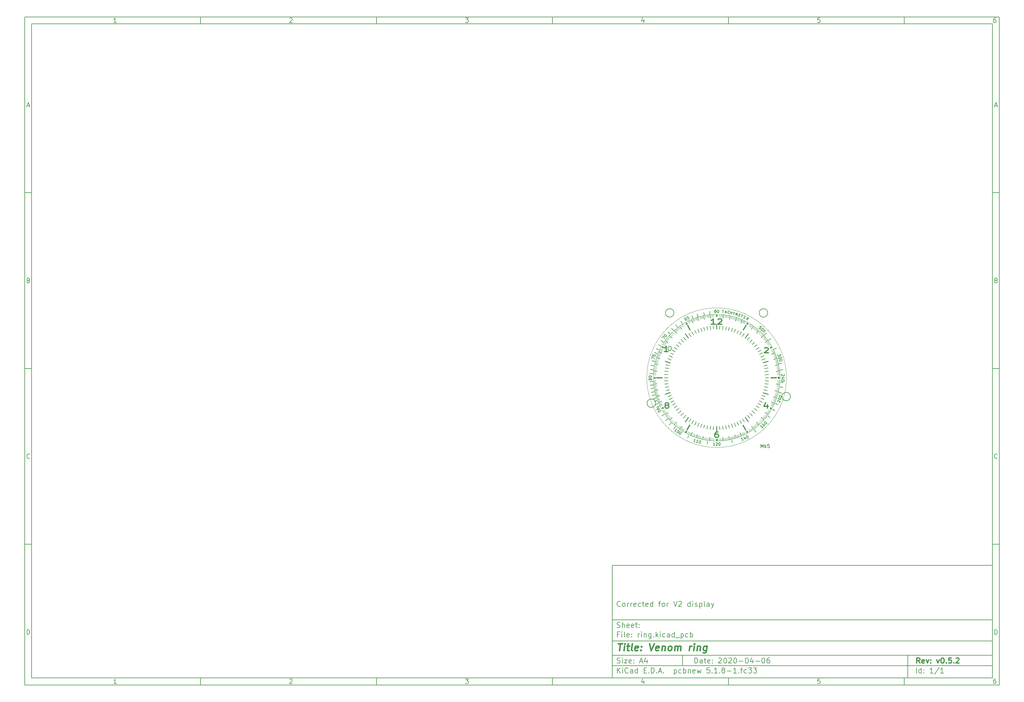
<source format=gbr>
G04 #@! TF.GenerationSoftware,KiCad,Pcbnew,5.1.8-1.fc33*
G04 #@! TF.CreationDate,2020-11-26T23:02:46+01:00*
G04 #@! TF.ProjectId,ring,72696e67-2e6b-4696-9361-645f70636258,v0.5.2*
G04 #@! TF.SameCoordinates,Original*
G04 #@! TF.FileFunction,Legend,Top*
G04 #@! TF.FilePolarity,Positive*
%FSLAX46Y46*%
G04 Gerber Fmt 4.6, Leading zero omitted, Abs format (unit mm)*
G04 Created by KiCad (PCBNEW 5.1.8-1.fc33) date 2020-11-26 23:02:46*
%MOMM*%
%LPD*%
G01*
G04 APERTURE LIST*
%ADD10C,0.100000*%
%ADD11C,0.150000*%
%ADD12C,0.300000*%
%ADD13C,0.400000*%
%ADD14C,0.200000*%
%ADD15C,0.250000*%
%ADD16C,0.120000*%
G04 APERTURE END LIST*
D10*
D11*
X177002200Y-166007200D02*
X177002200Y-198007200D01*
X285002200Y-198007200D01*
X285002200Y-166007200D01*
X177002200Y-166007200D01*
D10*
D11*
X10000000Y-10000000D02*
X10000000Y-200007200D01*
X287002200Y-200007200D01*
X287002200Y-10000000D01*
X10000000Y-10000000D01*
D10*
D11*
X12000000Y-12000000D02*
X12000000Y-198007200D01*
X285002200Y-198007200D01*
X285002200Y-12000000D01*
X12000000Y-12000000D01*
D10*
D11*
X60000000Y-12000000D02*
X60000000Y-10000000D01*
D10*
D11*
X110000000Y-12000000D02*
X110000000Y-10000000D01*
D10*
D11*
X160000000Y-12000000D02*
X160000000Y-10000000D01*
D10*
D11*
X210000000Y-12000000D02*
X210000000Y-10000000D01*
D10*
D11*
X260000000Y-12000000D02*
X260000000Y-10000000D01*
D10*
D11*
X36065476Y-11588095D02*
X35322619Y-11588095D01*
X35694047Y-11588095D02*
X35694047Y-10288095D01*
X35570238Y-10473809D01*
X35446428Y-10597619D01*
X35322619Y-10659523D01*
D10*
D11*
X85322619Y-10411904D02*
X85384523Y-10350000D01*
X85508333Y-10288095D01*
X85817857Y-10288095D01*
X85941666Y-10350000D01*
X86003571Y-10411904D01*
X86065476Y-10535714D01*
X86065476Y-10659523D01*
X86003571Y-10845238D01*
X85260714Y-11588095D01*
X86065476Y-11588095D01*
D10*
D11*
X135260714Y-10288095D02*
X136065476Y-10288095D01*
X135632142Y-10783333D01*
X135817857Y-10783333D01*
X135941666Y-10845238D01*
X136003571Y-10907142D01*
X136065476Y-11030952D01*
X136065476Y-11340476D01*
X136003571Y-11464285D01*
X135941666Y-11526190D01*
X135817857Y-11588095D01*
X135446428Y-11588095D01*
X135322619Y-11526190D01*
X135260714Y-11464285D01*
D10*
D11*
X185941666Y-10721428D02*
X185941666Y-11588095D01*
X185632142Y-10226190D02*
X185322619Y-11154761D01*
X186127380Y-11154761D01*
D10*
D11*
X236003571Y-10288095D02*
X235384523Y-10288095D01*
X235322619Y-10907142D01*
X235384523Y-10845238D01*
X235508333Y-10783333D01*
X235817857Y-10783333D01*
X235941666Y-10845238D01*
X236003571Y-10907142D01*
X236065476Y-11030952D01*
X236065476Y-11340476D01*
X236003571Y-11464285D01*
X235941666Y-11526190D01*
X235817857Y-11588095D01*
X235508333Y-11588095D01*
X235384523Y-11526190D01*
X235322619Y-11464285D01*
D10*
D11*
X285941666Y-10288095D02*
X285694047Y-10288095D01*
X285570238Y-10350000D01*
X285508333Y-10411904D01*
X285384523Y-10597619D01*
X285322619Y-10845238D01*
X285322619Y-11340476D01*
X285384523Y-11464285D01*
X285446428Y-11526190D01*
X285570238Y-11588095D01*
X285817857Y-11588095D01*
X285941666Y-11526190D01*
X286003571Y-11464285D01*
X286065476Y-11340476D01*
X286065476Y-11030952D01*
X286003571Y-10907142D01*
X285941666Y-10845238D01*
X285817857Y-10783333D01*
X285570238Y-10783333D01*
X285446428Y-10845238D01*
X285384523Y-10907142D01*
X285322619Y-11030952D01*
D10*
D11*
X60000000Y-198007200D02*
X60000000Y-200007200D01*
D10*
D11*
X110000000Y-198007200D02*
X110000000Y-200007200D01*
D10*
D11*
X160000000Y-198007200D02*
X160000000Y-200007200D01*
D10*
D11*
X210000000Y-198007200D02*
X210000000Y-200007200D01*
D10*
D11*
X260000000Y-198007200D02*
X260000000Y-200007200D01*
D10*
D11*
X36065476Y-199595295D02*
X35322619Y-199595295D01*
X35694047Y-199595295D02*
X35694047Y-198295295D01*
X35570238Y-198481009D01*
X35446428Y-198604819D01*
X35322619Y-198666723D01*
D10*
D11*
X85322619Y-198419104D02*
X85384523Y-198357200D01*
X85508333Y-198295295D01*
X85817857Y-198295295D01*
X85941666Y-198357200D01*
X86003571Y-198419104D01*
X86065476Y-198542914D01*
X86065476Y-198666723D01*
X86003571Y-198852438D01*
X85260714Y-199595295D01*
X86065476Y-199595295D01*
D10*
D11*
X135260714Y-198295295D02*
X136065476Y-198295295D01*
X135632142Y-198790533D01*
X135817857Y-198790533D01*
X135941666Y-198852438D01*
X136003571Y-198914342D01*
X136065476Y-199038152D01*
X136065476Y-199347676D01*
X136003571Y-199471485D01*
X135941666Y-199533390D01*
X135817857Y-199595295D01*
X135446428Y-199595295D01*
X135322619Y-199533390D01*
X135260714Y-199471485D01*
D10*
D11*
X185941666Y-198728628D02*
X185941666Y-199595295D01*
X185632142Y-198233390D02*
X185322619Y-199161961D01*
X186127380Y-199161961D01*
D10*
D11*
X236003571Y-198295295D02*
X235384523Y-198295295D01*
X235322619Y-198914342D01*
X235384523Y-198852438D01*
X235508333Y-198790533D01*
X235817857Y-198790533D01*
X235941666Y-198852438D01*
X236003571Y-198914342D01*
X236065476Y-199038152D01*
X236065476Y-199347676D01*
X236003571Y-199471485D01*
X235941666Y-199533390D01*
X235817857Y-199595295D01*
X235508333Y-199595295D01*
X235384523Y-199533390D01*
X235322619Y-199471485D01*
D10*
D11*
X285941666Y-198295295D02*
X285694047Y-198295295D01*
X285570238Y-198357200D01*
X285508333Y-198419104D01*
X285384523Y-198604819D01*
X285322619Y-198852438D01*
X285322619Y-199347676D01*
X285384523Y-199471485D01*
X285446428Y-199533390D01*
X285570238Y-199595295D01*
X285817857Y-199595295D01*
X285941666Y-199533390D01*
X286003571Y-199471485D01*
X286065476Y-199347676D01*
X286065476Y-199038152D01*
X286003571Y-198914342D01*
X285941666Y-198852438D01*
X285817857Y-198790533D01*
X285570238Y-198790533D01*
X285446428Y-198852438D01*
X285384523Y-198914342D01*
X285322619Y-199038152D01*
D10*
D11*
X10000000Y-60000000D02*
X12000000Y-60000000D01*
D10*
D11*
X10000000Y-110000000D02*
X12000000Y-110000000D01*
D10*
D11*
X10000000Y-160000000D02*
X12000000Y-160000000D01*
D10*
D11*
X10690476Y-35216666D02*
X11309523Y-35216666D01*
X10566666Y-35588095D02*
X11000000Y-34288095D01*
X11433333Y-35588095D01*
D10*
D11*
X11092857Y-84907142D02*
X11278571Y-84969047D01*
X11340476Y-85030952D01*
X11402380Y-85154761D01*
X11402380Y-85340476D01*
X11340476Y-85464285D01*
X11278571Y-85526190D01*
X11154761Y-85588095D01*
X10659523Y-85588095D01*
X10659523Y-84288095D01*
X11092857Y-84288095D01*
X11216666Y-84350000D01*
X11278571Y-84411904D01*
X11340476Y-84535714D01*
X11340476Y-84659523D01*
X11278571Y-84783333D01*
X11216666Y-84845238D01*
X11092857Y-84907142D01*
X10659523Y-84907142D01*
D10*
D11*
X11402380Y-135464285D02*
X11340476Y-135526190D01*
X11154761Y-135588095D01*
X11030952Y-135588095D01*
X10845238Y-135526190D01*
X10721428Y-135402380D01*
X10659523Y-135278571D01*
X10597619Y-135030952D01*
X10597619Y-134845238D01*
X10659523Y-134597619D01*
X10721428Y-134473809D01*
X10845238Y-134350000D01*
X11030952Y-134288095D01*
X11154761Y-134288095D01*
X11340476Y-134350000D01*
X11402380Y-134411904D01*
D10*
D11*
X10659523Y-185588095D02*
X10659523Y-184288095D01*
X10969047Y-184288095D01*
X11154761Y-184350000D01*
X11278571Y-184473809D01*
X11340476Y-184597619D01*
X11402380Y-184845238D01*
X11402380Y-185030952D01*
X11340476Y-185278571D01*
X11278571Y-185402380D01*
X11154761Y-185526190D01*
X10969047Y-185588095D01*
X10659523Y-185588095D01*
D10*
D11*
X287002200Y-60000000D02*
X285002200Y-60000000D01*
D10*
D11*
X287002200Y-110000000D02*
X285002200Y-110000000D01*
D10*
D11*
X287002200Y-160000000D02*
X285002200Y-160000000D01*
D10*
D11*
X285692676Y-35216666D02*
X286311723Y-35216666D01*
X285568866Y-35588095D02*
X286002200Y-34288095D01*
X286435533Y-35588095D01*
D10*
D11*
X286095057Y-84907142D02*
X286280771Y-84969047D01*
X286342676Y-85030952D01*
X286404580Y-85154761D01*
X286404580Y-85340476D01*
X286342676Y-85464285D01*
X286280771Y-85526190D01*
X286156961Y-85588095D01*
X285661723Y-85588095D01*
X285661723Y-84288095D01*
X286095057Y-84288095D01*
X286218866Y-84350000D01*
X286280771Y-84411904D01*
X286342676Y-84535714D01*
X286342676Y-84659523D01*
X286280771Y-84783333D01*
X286218866Y-84845238D01*
X286095057Y-84907142D01*
X285661723Y-84907142D01*
D10*
D11*
X286404580Y-135464285D02*
X286342676Y-135526190D01*
X286156961Y-135588095D01*
X286033152Y-135588095D01*
X285847438Y-135526190D01*
X285723628Y-135402380D01*
X285661723Y-135278571D01*
X285599819Y-135030952D01*
X285599819Y-134845238D01*
X285661723Y-134597619D01*
X285723628Y-134473809D01*
X285847438Y-134350000D01*
X286033152Y-134288095D01*
X286156961Y-134288095D01*
X286342676Y-134350000D01*
X286404580Y-134411904D01*
D10*
D11*
X285661723Y-185588095D02*
X285661723Y-184288095D01*
X285971247Y-184288095D01*
X286156961Y-184350000D01*
X286280771Y-184473809D01*
X286342676Y-184597619D01*
X286404580Y-184845238D01*
X286404580Y-185030952D01*
X286342676Y-185278571D01*
X286280771Y-185402380D01*
X286156961Y-185526190D01*
X285971247Y-185588095D01*
X285661723Y-185588095D01*
D10*
D11*
X200434342Y-193785771D02*
X200434342Y-192285771D01*
X200791485Y-192285771D01*
X201005771Y-192357200D01*
X201148628Y-192500057D01*
X201220057Y-192642914D01*
X201291485Y-192928628D01*
X201291485Y-193142914D01*
X201220057Y-193428628D01*
X201148628Y-193571485D01*
X201005771Y-193714342D01*
X200791485Y-193785771D01*
X200434342Y-193785771D01*
X202577200Y-193785771D02*
X202577200Y-193000057D01*
X202505771Y-192857200D01*
X202362914Y-192785771D01*
X202077200Y-192785771D01*
X201934342Y-192857200D01*
X202577200Y-193714342D02*
X202434342Y-193785771D01*
X202077200Y-193785771D01*
X201934342Y-193714342D01*
X201862914Y-193571485D01*
X201862914Y-193428628D01*
X201934342Y-193285771D01*
X202077200Y-193214342D01*
X202434342Y-193214342D01*
X202577200Y-193142914D01*
X203077200Y-192785771D02*
X203648628Y-192785771D01*
X203291485Y-192285771D02*
X203291485Y-193571485D01*
X203362914Y-193714342D01*
X203505771Y-193785771D01*
X203648628Y-193785771D01*
X204720057Y-193714342D02*
X204577200Y-193785771D01*
X204291485Y-193785771D01*
X204148628Y-193714342D01*
X204077200Y-193571485D01*
X204077200Y-193000057D01*
X204148628Y-192857200D01*
X204291485Y-192785771D01*
X204577200Y-192785771D01*
X204720057Y-192857200D01*
X204791485Y-193000057D01*
X204791485Y-193142914D01*
X204077200Y-193285771D01*
X205434342Y-193642914D02*
X205505771Y-193714342D01*
X205434342Y-193785771D01*
X205362914Y-193714342D01*
X205434342Y-193642914D01*
X205434342Y-193785771D01*
X205434342Y-192857200D02*
X205505771Y-192928628D01*
X205434342Y-193000057D01*
X205362914Y-192928628D01*
X205434342Y-192857200D01*
X205434342Y-193000057D01*
X207220057Y-192428628D02*
X207291485Y-192357200D01*
X207434342Y-192285771D01*
X207791485Y-192285771D01*
X207934342Y-192357200D01*
X208005771Y-192428628D01*
X208077200Y-192571485D01*
X208077200Y-192714342D01*
X208005771Y-192928628D01*
X207148628Y-193785771D01*
X208077200Y-193785771D01*
X209005771Y-192285771D02*
X209148628Y-192285771D01*
X209291485Y-192357200D01*
X209362914Y-192428628D01*
X209434342Y-192571485D01*
X209505771Y-192857200D01*
X209505771Y-193214342D01*
X209434342Y-193500057D01*
X209362914Y-193642914D01*
X209291485Y-193714342D01*
X209148628Y-193785771D01*
X209005771Y-193785771D01*
X208862914Y-193714342D01*
X208791485Y-193642914D01*
X208720057Y-193500057D01*
X208648628Y-193214342D01*
X208648628Y-192857200D01*
X208720057Y-192571485D01*
X208791485Y-192428628D01*
X208862914Y-192357200D01*
X209005771Y-192285771D01*
X210077200Y-192428628D02*
X210148628Y-192357200D01*
X210291485Y-192285771D01*
X210648628Y-192285771D01*
X210791485Y-192357200D01*
X210862914Y-192428628D01*
X210934342Y-192571485D01*
X210934342Y-192714342D01*
X210862914Y-192928628D01*
X210005771Y-193785771D01*
X210934342Y-193785771D01*
X211862914Y-192285771D02*
X212005771Y-192285771D01*
X212148628Y-192357200D01*
X212220057Y-192428628D01*
X212291485Y-192571485D01*
X212362914Y-192857200D01*
X212362914Y-193214342D01*
X212291485Y-193500057D01*
X212220057Y-193642914D01*
X212148628Y-193714342D01*
X212005771Y-193785771D01*
X211862914Y-193785771D01*
X211720057Y-193714342D01*
X211648628Y-193642914D01*
X211577200Y-193500057D01*
X211505771Y-193214342D01*
X211505771Y-192857200D01*
X211577200Y-192571485D01*
X211648628Y-192428628D01*
X211720057Y-192357200D01*
X211862914Y-192285771D01*
X213005771Y-193214342D02*
X214148628Y-193214342D01*
X215148628Y-192285771D02*
X215291485Y-192285771D01*
X215434342Y-192357200D01*
X215505771Y-192428628D01*
X215577200Y-192571485D01*
X215648628Y-192857200D01*
X215648628Y-193214342D01*
X215577200Y-193500057D01*
X215505771Y-193642914D01*
X215434342Y-193714342D01*
X215291485Y-193785771D01*
X215148628Y-193785771D01*
X215005771Y-193714342D01*
X214934342Y-193642914D01*
X214862914Y-193500057D01*
X214791485Y-193214342D01*
X214791485Y-192857200D01*
X214862914Y-192571485D01*
X214934342Y-192428628D01*
X215005771Y-192357200D01*
X215148628Y-192285771D01*
X216934342Y-192785771D02*
X216934342Y-193785771D01*
X216577200Y-192214342D02*
X216220057Y-193285771D01*
X217148628Y-193285771D01*
X217720057Y-193214342D02*
X218862914Y-193214342D01*
X219862914Y-192285771D02*
X220005771Y-192285771D01*
X220148628Y-192357200D01*
X220220057Y-192428628D01*
X220291485Y-192571485D01*
X220362914Y-192857200D01*
X220362914Y-193214342D01*
X220291485Y-193500057D01*
X220220057Y-193642914D01*
X220148628Y-193714342D01*
X220005771Y-193785771D01*
X219862914Y-193785771D01*
X219720057Y-193714342D01*
X219648628Y-193642914D01*
X219577200Y-193500057D01*
X219505771Y-193214342D01*
X219505771Y-192857200D01*
X219577200Y-192571485D01*
X219648628Y-192428628D01*
X219720057Y-192357200D01*
X219862914Y-192285771D01*
X221648628Y-192285771D02*
X221362914Y-192285771D01*
X221220057Y-192357200D01*
X221148628Y-192428628D01*
X221005771Y-192642914D01*
X220934342Y-192928628D01*
X220934342Y-193500057D01*
X221005771Y-193642914D01*
X221077200Y-193714342D01*
X221220057Y-193785771D01*
X221505771Y-193785771D01*
X221648628Y-193714342D01*
X221720057Y-193642914D01*
X221791485Y-193500057D01*
X221791485Y-193142914D01*
X221720057Y-193000057D01*
X221648628Y-192928628D01*
X221505771Y-192857200D01*
X221220057Y-192857200D01*
X221077200Y-192928628D01*
X221005771Y-193000057D01*
X220934342Y-193142914D01*
D10*
D11*
X177002200Y-194507200D02*
X285002200Y-194507200D01*
D10*
D11*
X178434342Y-196585771D02*
X178434342Y-195085771D01*
X179291485Y-196585771D02*
X178648628Y-195728628D01*
X179291485Y-195085771D02*
X178434342Y-195942914D01*
X179934342Y-196585771D02*
X179934342Y-195585771D01*
X179934342Y-195085771D02*
X179862914Y-195157200D01*
X179934342Y-195228628D01*
X180005771Y-195157200D01*
X179934342Y-195085771D01*
X179934342Y-195228628D01*
X181505771Y-196442914D02*
X181434342Y-196514342D01*
X181220057Y-196585771D01*
X181077200Y-196585771D01*
X180862914Y-196514342D01*
X180720057Y-196371485D01*
X180648628Y-196228628D01*
X180577200Y-195942914D01*
X180577200Y-195728628D01*
X180648628Y-195442914D01*
X180720057Y-195300057D01*
X180862914Y-195157200D01*
X181077200Y-195085771D01*
X181220057Y-195085771D01*
X181434342Y-195157200D01*
X181505771Y-195228628D01*
X182791485Y-196585771D02*
X182791485Y-195800057D01*
X182720057Y-195657200D01*
X182577200Y-195585771D01*
X182291485Y-195585771D01*
X182148628Y-195657200D01*
X182791485Y-196514342D02*
X182648628Y-196585771D01*
X182291485Y-196585771D01*
X182148628Y-196514342D01*
X182077200Y-196371485D01*
X182077200Y-196228628D01*
X182148628Y-196085771D01*
X182291485Y-196014342D01*
X182648628Y-196014342D01*
X182791485Y-195942914D01*
X184148628Y-196585771D02*
X184148628Y-195085771D01*
X184148628Y-196514342D02*
X184005771Y-196585771D01*
X183720057Y-196585771D01*
X183577200Y-196514342D01*
X183505771Y-196442914D01*
X183434342Y-196300057D01*
X183434342Y-195871485D01*
X183505771Y-195728628D01*
X183577200Y-195657200D01*
X183720057Y-195585771D01*
X184005771Y-195585771D01*
X184148628Y-195657200D01*
X186005771Y-195800057D02*
X186505771Y-195800057D01*
X186720057Y-196585771D02*
X186005771Y-196585771D01*
X186005771Y-195085771D01*
X186720057Y-195085771D01*
X187362914Y-196442914D02*
X187434342Y-196514342D01*
X187362914Y-196585771D01*
X187291485Y-196514342D01*
X187362914Y-196442914D01*
X187362914Y-196585771D01*
X188077200Y-196585771D02*
X188077200Y-195085771D01*
X188434342Y-195085771D01*
X188648628Y-195157200D01*
X188791485Y-195300057D01*
X188862914Y-195442914D01*
X188934342Y-195728628D01*
X188934342Y-195942914D01*
X188862914Y-196228628D01*
X188791485Y-196371485D01*
X188648628Y-196514342D01*
X188434342Y-196585771D01*
X188077200Y-196585771D01*
X189577200Y-196442914D02*
X189648628Y-196514342D01*
X189577200Y-196585771D01*
X189505771Y-196514342D01*
X189577200Y-196442914D01*
X189577200Y-196585771D01*
X190220057Y-196157200D02*
X190934342Y-196157200D01*
X190077200Y-196585771D02*
X190577200Y-195085771D01*
X191077200Y-196585771D01*
X191577200Y-196442914D02*
X191648628Y-196514342D01*
X191577200Y-196585771D01*
X191505771Y-196514342D01*
X191577200Y-196442914D01*
X191577200Y-196585771D01*
X194577200Y-195585771D02*
X194577200Y-197085771D01*
X194577200Y-195657200D02*
X194720057Y-195585771D01*
X195005771Y-195585771D01*
X195148628Y-195657200D01*
X195220057Y-195728628D01*
X195291485Y-195871485D01*
X195291485Y-196300057D01*
X195220057Y-196442914D01*
X195148628Y-196514342D01*
X195005771Y-196585771D01*
X194720057Y-196585771D01*
X194577200Y-196514342D01*
X196577200Y-196514342D02*
X196434342Y-196585771D01*
X196148628Y-196585771D01*
X196005771Y-196514342D01*
X195934342Y-196442914D01*
X195862914Y-196300057D01*
X195862914Y-195871485D01*
X195934342Y-195728628D01*
X196005771Y-195657200D01*
X196148628Y-195585771D01*
X196434342Y-195585771D01*
X196577200Y-195657200D01*
X197220057Y-196585771D02*
X197220057Y-195085771D01*
X197220057Y-195657200D02*
X197362914Y-195585771D01*
X197648628Y-195585771D01*
X197791485Y-195657200D01*
X197862914Y-195728628D01*
X197934342Y-195871485D01*
X197934342Y-196300057D01*
X197862914Y-196442914D01*
X197791485Y-196514342D01*
X197648628Y-196585771D01*
X197362914Y-196585771D01*
X197220057Y-196514342D01*
X198577200Y-195585771D02*
X198577200Y-196585771D01*
X198577200Y-195728628D02*
X198648628Y-195657200D01*
X198791485Y-195585771D01*
X199005771Y-195585771D01*
X199148628Y-195657200D01*
X199220057Y-195800057D01*
X199220057Y-196585771D01*
X200505771Y-196514342D02*
X200362914Y-196585771D01*
X200077200Y-196585771D01*
X199934342Y-196514342D01*
X199862914Y-196371485D01*
X199862914Y-195800057D01*
X199934342Y-195657200D01*
X200077200Y-195585771D01*
X200362914Y-195585771D01*
X200505771Y-195657200D01*
X200577200Y-195800057D01*
X200577200Y-195942914D01*
X199862914Y-196085771D01*
X201077200Y-195585771D02*
X201362914Y-196585771D01*
X201648628Y-195871485D01*
X201934342Y-196585771D01*
X202220057Y-195585771D01*
X204648628Y-195085771D02*
X203934342Y-195085771D01*
X203862914Y-195800057D01*
X203934342Y-195728628D01*
X204077200Y-195657200D01*
X204434342Y-195657200D01*
X204577200Y-195728628D01*
X204648628Y-195800057D01*
X204720057Y-195942914D01*
X204720057Y-196300057D01*
X204648628Y-196442914D01*
X204577200Y-196514342D01*
X204434342Y-196585771D01*
X204077200Y-196585771D01*
X203934342Y-196514342D01*
X203862914Y-196442914D01*
X205362914Y-196442914D02*
X205434342Y-196514342D01*
X205362914Y-196585771D01*
X205291485Y-196514342D01*
X205362914Y-196442914D01*
X205362914Y-196585771D01*
X206862914Y-196585771D02*
X206005771Y-196585771D01*
X206434342Y-196585771D02*
X206434342Y-195085771D01*
X206291485Y-195300057D01*
X206148628Y-195442914D01*
X206005771Y-195514342D01*
X207505771Y-196442914D02*
X207577200Y-196514342D01*
X207505771Y-196585771D01*
X207434342Y-196514342D01*
X207505771Y-196442914D01*
X207505771Y-196585771D01*
X208434342Y-195728628D02*
X208291485Y-195657200D01*
X208220057Y-195585771D01*
X208148628Y-195442914D01*
X208148628Y-195371485D01*
X208220057Y-195228628D01*
X208291485Y-195157200D01*
X208434342Y-195085771D01*
X208720057Y-195085771D01*
X208862914Y-195157200D01*
X208934342Y-195228628D01*
X209005771Y-195371485D01*
X209005771Y-195442914D01*
X208934342Y-195585771D01*
X208862914Y-195657200D01*
X208720057Y-195728628D01*
X208434342Y-195728628D01*
X208291485Y-195800057D01*
X208220057Y-195871485D01*
X208148628Y-196014342D01*
X208148628Y-196300057D01*
X208220057Y-196442914D01*
X208291485Y-196514342D01*
X208434342Y-196585771D01*
X208720057Y-196585771D01*
X208862914Y-196514342D01*
X208934342Y-196442914D01*
X209005771Y-196300057D01*
X209005771Y-196014342D01*
X208934342Y-195871485D01*
X208862914Y-195800057D01*
X208720057Y-195728628D01*
X209648628Y-196014342D02*
X210791485Y-196014342D01*
X212291485Y-196585771D02*
X211434342Y-196585771D01*
X211862914Y-196585771D02*
X211862914Y-195085771D01*
X211720057Y-195300057D01*
X211577200Y-195442914D01*
X211434342Y-195514342D01*
X212934342Y-196442914D02*
X213005771Y-196514342D01*
X212934342Y-196585771D01*
X212862914Y-196514342D01*
X212934342Y-196442914D01*
X212934342Y-196585771D01*
X213434342Y-195585771D02*
X214005771Y-195585771D01*
X213648628Y-196585771D02*
X213648628Y-195300057D01*
X213720057Y-195157200D01*
X213862914Y-195085771D01*
X214005771Y-195085771D01*
X215148628Y-196514342D02*
X215005771Y-196585771D01*
X214720057Y-196585771D01*
X214577200Y-196514342D01*
X214505771Y-196442914D01*
X214434342Y-196300057D01*
X214434342Y-195871485D01*
X214505771Y-195728628D01*
X214577200Y-195657200D01*
X214720057Y-195585771D01*
X215005771Y-195585771D01*
X215148628Y-195657200D01*
X215648628Y-195085771D02*
X216577200Y-195085771D01*
X216077200Y-195657200D01*
X216291485Y-195657200D01*
X216434342Y-195728628D01*
X216505771Y-195800057D01*
X216577200Y-195942914D01*
X216577200Y-196300057D01*
X216505771Y-196442914D01*
X216434342Y-196514342D01*
X216291485Y-196585771D01*
X215862914Y-196585771D01*
X215720057Y-196514342D01*
X215648628Y-196442914D01*
X217077200Y-195085771D02*
X218005771Y-195085771D01*
X217505771Y-195657200D01*
X217720057Y-195657200D01*
X217862914Y-195728628D01*
X217934342Y-195800057D01*
X218005771Y-195942914D01*
X218005771Y-196300057D01*
X217934342Y-196442914D01*
X217862914Y-196514342D01*
X217720057Y-196585771D01*
X217291485Y-196585771D01*
X217148628Y-196514342D01*
X217077200Y-196442914D01*
D10*
D11*
X177002200Y-191507200D02*
X285002200Y-191507200D01*
D10*
D12*
X264411485Y-193785771D02*
X263911485Y-193071485D01*
X263554342Y-193785771D02*
X263554342Y-192285771D01*
X264125771Y-192285771D01*
X264268628Y-192357200D01*
X264340057Y-192428628D01*
X264411485Y-192571485D01*
X264411485Y-192785771D01*
X264340057Y-192928628D01*
X264268628Y-193000057D01*
X264125771Y-193071485D01*
X263554342Y-193071485D01*
X265625771Y-193714342D02*
X265482914Y-193785771D01*
X265197200Y-193785771D01*
X265054342Y-193714342D01*
X264982914Y-193571485D01*
X264982914Y-193000057D01*
X265054342Y-192857200D01*
X265197200Y-192785771D01*
X265482914Y-192785771D01*
X265625771Y-192857200D01*
X265697200Y-193000057D01*
X265697200Y-193142914D01*
X264982914Y-193285771D01*
X266197200Y-192785771D02*
X266554342Y-193785771D01*
X266911485Y-192785771D01*
X267482914Y-193642914D02*
X267554342Y-193714342D01*
X267482914Y-193785771D01*
X267411485Y-193714342D01*
X267482914Y-193642914D01*
X267482914Y-193785771D01*
X267482914Y-192857200D02*
X267554342Y-192928628D01*
X267482914Y-193000057D01*
X267411485Y-192928628D01*
X267482914Y-192857200D01*
X267482914Y-193000057D01*
X269197200Y-192785771D02*
X269554342Y-193785771D01*
X269911485Y-192785771D01*
X270768628Y-192285771D02*
X270911485Y-192285771D01*
X271054342Y-192357200D01*
X271125771Y-192428628D01*
X271197200Y-192571485D01*
X271268628Y-192857200D01*
X271268628Y-193214342D01*
X271197200Y-193500057D01*
X271125771Y-193642914D01*
X271054342Y-193714342D01*
X270911485Y-193785771D01*
X270768628Y-193785771D01*
X270625771Y-193714342D01*
X270554342Y-193642914D01*
X270482914Y-193500057D01*
X270411485Y-193214342D01*
X270411485Y-192857200D01*
X270482914Y-192571485D01*
X270554342Y-192428628D01*
X270625771Y-192357200D01*
X270768628Y-192285771D01*
X271911485Y-193642914D02*
X271982914Y-193714342D01*
X271911485Y-193785771D01*
X271840057Y-193714342D01*
X271911485Y-193642914D01*
X271911485Y-193785771D01*
X273340057Y-192285771D02*
X272625771Y-192285771D01*
X272554342Y-193000057D01*
X272625771Y-192928628D01*
X272768628Y-192857200D01*
X273125771Y-192857200D01*
X273268628Y-192928628D01*
X273340057Y-193000057D01*
X273411485Y-193142914D01*
X273411485Y-193500057D01*
X273340057Y-193642914D01*
X273268628Y-193714342D01*
X273125771Y-193785771D01*
X272768628Y-193785771D01*
X272625771Y-193714342D01*
X272554342Y-193642914D01*
X274054342Y-193642914D02*
X274125771Y-193714342D01*
X274054342Y-193785771D01*
X273982914Y-193714342D01*
X274054342Y-193642914D01*
X274054342Y-193785771D01*
X274697200Y-192428628D02*
X274768628Y-192357200D01*
X274911485Y-192285771D01*
X275268628Y-192285771D01*
X275411485Y-192357200D01*
X275482914Y-192428628D01*
X275554342Y-192571485D01*
X275554342Y-192714342D01*
X275482914Y-192928628D01*
X274625771Y-193785771D01*
X275554342Y-193785771D01*
D10*
D11*
X178362914Y-193714342D02*
X178577200Y-193785771D01*
X178934342Y-193785771D01*
X179077200Y-193714342D01*
X179148628Y-193642914D01*
X179220057Y-193500057D01*
X179220057Y-193357200D01*
X179148628Y-193214342D01*
X179077200Y-193142914D01*
X178934342Y-193071485D01*
X178648628Y-193000057D01*
X178505771Y-192928628D01*
X178434342Y-192857200D01*
X178362914Y-192714342D01*
X178362914Y-192571485D01*
X178434342Y-192428628D01*
X178505771Y-192357200D01*
X178648628Y-192285771D01*
X179005771Y-192285771D01*
X179220057Y-192357200D01*
X179862914Y-193785771D02*
X179862914Y-192785771D01*
X179862914Y-192285771D02*
X179791485Y-192357200D01*
X179862914Y-192428628D01*
X179934342Y-192357200D01*
X179862914Y-192285771D01*
X179862914Y-192428628D01*
X180434342Y-192785771D02*
X181220057Y-192785771D01*
X180434342Y-193785771D01*
X181220057Y-193785771D01*
X182362914Y-193714342D02*
X182220057Y-193785771D01*
X181934342Y-193785771D01*
X181791485Y-193714342D01*
X181720057Y-193571485D01*
X181720057Y-193000057D01*
X181791485Y-192857200D01*
X181934342Y-192785771D01*
X182220057Y-192785771D01*
X182362914Y-192857200D01*
X182434342Y-193000057D01*
X182434342Y-193142914D01*
X181720057Y-193285771D01*
X183077200Y-193642914D02*
X183148628Y-193714342D01*
X183077200Y-193785771D01*
X183005771Y-193714342D01*
X183077200Y-193642914D01*
X183077200Y-193785771D01*
X183077200Y-192857200D02*
X183148628Y-192928628D01*
X183077200Y-193000057D01*
X183005771Y-192928628D01*
X183077200Y-192857200D01*
X183077200Y-193000057D01*
X184862914Y-193357200D02*
X185577200Y-193357200D01*
X184720057Y-193785771D02*
X185220057Y-192285771D01*
X185720057Y-193785771D01*
X186862914Y-192785771D02*
X186862914Y-193785771D01*
X186505771Y-192214342D02*
X186148628Y-193285771D01*
X187077200Y-193285771D01*
D10*
D11*
X263434342Y-196585771D02*
X263434342Y-195085771D01*
X264791485Y-196585771D02*
X264791485Y-195085771D01*
X264791485Y-196514342D02*
X264648628Y-196585771D01*
X264362914Y-196585771D01*
X264220057Y-196514342D01*
X264148628Y-196442914D01*
X264077200Y-196300057D01*
X264077200Y-195871485D01*
X264148628Y-195728628D01*
X264220057Y-195657200D01*
X264362914Y-195585771D01*
X264648628Y-195585771D01*
X264791485Y-195657200D01*
X265505771Y-196442914D02*
X265577200Y-196514342D01*
X265505771Y-196585771D01*
X265434342Y-196514342D01*
X265505771Y-196442914D01*
X265505771Y-196585771D01*
X265505771Y-195657200D02*
X265577200Y-195728628D01*
X265505771Y-195800057D01*
X265434342Y-195728628D01*
X265505771Y-195657200D01*
X265505771Y-195800057D01*
X268148628Y-196585771D02*
X267291485Y-196585771D01*
X267720057Y-196585771D02*
X267720057Y-195085771D01*
X267577200Y-195300057D01*
X267434342Y-195442914D01*
X267291485Y-195514342D01*
X269862914Y-195014342D02*
X268577200Y-196942914D01*
X271148628Y-196585771D02*
X270291485Y-196585771D01*
X270720057Y-196585771D02*
X270720057Y-195085771D01*
X270577200Y-195300057D01*
X270434342Y-195442914D01*
X270291485Y-195514342D01*
D10*
D11*
X177002200Y-187507200D02*
X285002200Y-187507200D01*
D10*
D13*
X178714580Y-188211961D02*
X179857438Y-188211961D01*
X179036009Y-190211961D02*
X179286009Y-188211961D01*
X180274104Y-190211961D02*
X180440771Y-188878628D01*
X180524104Y-188211961D02*
X180416961Y-188307200D01*
X180500295Y-188402438D01*
X180607438Y-188307200D01*
X180524104Y-188211961D01*
X180500295Y-188402438D01*
X181107438Y-188878628D02*
X181869342Y-188878628D01*
X181476485Y-188211961D02*
X181262200Y-189926247D01*
X181333628Y-190116723D01*
X181512200Y-190211961D01*
X181702676Y-190211961D01*
X182655057Y-190211961D02*
X182476485Y-190116723D01*
X182405057Y-189926247D01*
X182619342Y-188211961D01*
X184190771Y-190116723D02*
X183988390Y-190211961D01*
X183607438Y-190211961D01*
X183428866Y-190116723D01*
X183357438Y-189926247D01*
X183452676Y-189164342D01*
X183571723Y-188973866D01*
X183774104Y-188878628D01*
X184155057Y-188878628D01*
X184333628Y-188973866D01*
X184405057Y-189164342D01*
X184381247Y-189354819D01*
X183405057Y-189545295D01*
X185155057Y-190021485D02*
X185238390Y-190116723D01*
X185131247Y-190211961D01*
X185047914Y-190116723D01*
X185155057Y-190021485D01*
X185131247Y-190211961D01*
X185286009Y-188973866D02*
X185369342Y-189069104D01*
X185262200Y-189164342D01*
X185178866Y-189069104D01*
X185286009Y-188973866D01*
X185262200Y-189164342D01*
X187571723Y-188211961D02*
X187988390Y-190211961D01*
X188905057Y-188211961D01*
X190095533Y-190116723D02*
X189893152Y-190211961D01*
X189512200Y-190211961D01*
X189333628Y-190116723D01*
X189262200Y-189926247D01*
X189357438Y-189164342D01*
X189476485Y-188973866D01*
X189678866Y-188878628D01*
X190059819Y-188878628D01*
X190238390Y-188973866D01*
X190309819Y-189164342D01*
X190286009Y-189354819D01*
X189309819Y-189545295D01*
X191202676Y-188878628D02*
X191036009Y-190211961D01*
X191178866Y-189069104D02*
X191286009Y-188973866D01*
X191488390Y-188878628D01*
X191774104Y-188878628D01*
X191952676Y-188973866D01*
X192024104Y-189164342D01*
X191893152Y-190211961D01*
X193131247Y-190211961D02*
X192952676Y-190116723D01*
X192869342Y-190021485D01*
X192797914Y-189831009D01*
X192869342Y-189259580D01*
X192988390Y-189069104D01*
X193095533Y-188973866D01*
X193297914Y-188878628D01*
X193583628Y-188878628D01*
X193762200Y-188973866D01*
X193845533Y-189069104D01*
X193916961Y-189259580D01*
X193845533Y-189831009D01*
X193726485Y-190021485D01*
X193619342Y-190116723D01*
X193416961Y-190211961D01*
X193131247Y-190211961D01*
X194655057Y-190211961D02*
X194821723Y-188878628D01*
X194797914Y-189069104D02*
X194905057Y-188973866D01*
X195107438Y-188878628D01*
X195393152Y-188878628D01*
X195571723Y-188973866D01*
X195643152Y-189164342D01*
X195512200Y-190211961D01*
X195643152Y-189164342D02*
X195762200Y-188973866D01*
X195964580Y-188878628D01*
X196250295Y-188878628D01*
X196428866Y-188973866D01*
X196500295Y-189164342D01*
X196369342Y-190211961D01*
X198845533Y-190211961D02*
X199012200Y-188878628D01*
X198964580Y-189259580D02*
X199083628Y-189069104D01*
X199190771Y-188973866D01*
X199393152Y-188878628D01*
X199583628Y-188878628D01*
X200083628Y-190211961D02*
X200250295Y-188878628D01*
X200333628Y-188211961D02*
X200226485Y-188307200D01*
X200309819Y-188402438D01*
X200416961Y-188307200D01*
X200333628Y-188211961D01*
X200309819Y-188402438D01*
X201202676Y-188878628D02*
X201036009Y-190211961D01*
X201178866Y-189069104D02*
X201286009Y-188973866D01*
X201488390Y-188878628D01*
X201774104Y-188878628D01*
X201952676Y-188973866D01*
X202024104Y-189164342D01*
X201893152Y-190211961D01*
X203869342Y-188878628D02*
X203666961Y-190497676D01*
X203547914Y-190688152D01*
X203440771Y-190783390D01*
X203238390Y-190878628D01*
X202952676Y-190878628D01*
X202774104Y-190783390D01*
X203714580Y-190116723D02*
X203512200Y-190211961D01*
X203131247Y-190211961D01*
X202952676Y-190116723D01*
X202869342Y-190021485D01*
X202797914Y-189831009D01*
X202869342Y-189259580D01*
X202988390Y-189069104D01*
X203095533Y-188973866D01*
X203297914Y-188878628D01*
X203678866Y-188878628D01*
X203857438Y-188973866D01*
D10*
D11*
X178934342Y-185600057D02*
X178434342Y-185600057D01*
X178434342Y-186385771D02*
X178434342Y-184885771D01*
X179148628Y-184885771D01*
X179720057Y-186385771D02*
X179720057Y-185385771D01*
X179720057Y-184885771D02*
X179648628Y-184957200D01*
X179720057Y-185028628D01*
X179791485Y-184957200D01*
X179720057Y-184885771D01*
X179720057Y-185028628D01*
X180648628Y-186385771D02*
X180505771Y-186314342D01*
X180434342Y-186171485D01*
X180434342Y-184885771D01*
X181791485Y-186314342D02*
X181648628Y-186385771D01*
X181362914Y-186385771D01*
X181220057Y-186314342D01*
X181148628Y-186171485D01*
X181148628Y-185600057D01*
X181220057Y-185457200D01*
X181362914Y-185385771D01*
X181648628Y-185385771D01*
X181791485Y-185457200D01*
X181862914Y-185600057D01*
X181862914Y-185742914D01*
X181148628Y-185885771D01*
X182505771Y-186242914D02*
X182577200Y-186314342D01*
X182505771Y-186385771D01*
X182434342Y-186314342D01*
X182505771Y-186242914D01*
X182505771Y-186385771D01*
X182505771Y-185457200D02*
X182577200Y-185528628D01*
X182505771Y-185600057D01*
X182434342Y-185528628D01*
X182505771Y-185457200D01*
X182505771Y-185600057D01*
X184362914Y-186385771D02*
X184362914Y-185385771D01*
X184362914Y-185671485D02*
X184434342Y-185528628D01*
X184505771Y-185457200D01*
X184648628Y-185385771D01*
X184791485Y-185385771D01*
X185291485Y-186385771D02*
X185291485Y-185385771D01*
X185291485Y-184885771D02*
X185220057Y-184957200D01*
X185291485Y-185028628D01*
X185362914Y-184957200D01*
X185291485Y-184885771D01*
X185291485Y-185028628D01*
X186005771Y-185385771D02*
X186005771Y-186385771D01*
X186005771Y-185528628D02*
X186077200Y-185457200D01*
X186220057Y-185385771D01*
X186434342Y-185385771D01*
X186577200Y-185457200D01*
X186648628Y-185600057D01*
X186648628Y-186385771D01*
X188005771Y-185385771D02*
X188005771Y-186600057D01*
X187934342Y-186742914D01*
X187862914Y-186814342D01*
X187720057Y-186885771D01*
X187505771Y-186885771D01*
X187362914Y-186814342D01*
X188005771Y-186314342D02*
X187862914Y-186385771D01*
X187577200Y-186385771D01*
X187434342Y-186314342D01*
X187362914Y-186242914D01*
X187291485Y-186100057D01*
X187291485Y-185671485D01*
X187362914Y-185528628D01*
X187434342Y-185457200D01*
X187577200Y-185385771D01*
X187862914Y-185385771D01*
X188005771Y-185457200D01*
X188720057Y-186242914D02*
X188791485Y-186314342D01*
X188720057Y-186385771D01*
X188648628Y-186314342D01*
X188720057Y-186242914D01*
X188720057Y-186385771D01*
X189434342Y-186385771D02*
X189434342Y-184885771D01*
X189577200Y-185814342D02*
X190005771Y-186385771D01*
X190005771Y-185385771D02*
X189434342Y-185957200D01*
X190648628Y-186385771D02*
X190648628Y-185385771D01*
X190648628Y-184885771D02*
X190577200Y-184957200D01*
X190648628Y-185028628D01*
X190720057Y-184957200D01*
X190648628Y-184885771D01*
X190648628Y-185028628D01*
X192005771Y-186314342D02*
X191862914Y-186385771D01*
X191577200Y-186385771D01*
X191434342Y-186314342D01*
X191362914Y-186242914D01*
X191291485Y-186100057D01*
X191291485Y-185671485D01*
X191362914Y-185528628D01*
X191434342Y-185457200D01*
X191577200Y-185385771D01*
X191862914Y-185385771D01*
X192005771Y-185457200D01*
X193291485Y-186385771D02*
X193291485Y-185600057D01*
X193220057Y-185457200D01*
X193077200Y-185385771D01*
X192791485Y-185385771D01*
X192648628Y-185457200D01*
X193291485Y-186314342D02*
X193148628Y-186385771D01*
X192791485Y-186385771D01*
X192648628Y-186314342D01*
X192577200Y-186171485D01*
X192577200Y-186028628D01*
X192648628Y-185885771D01*
X192791485Y-185814342D01*
X193148628Y-185814342D01*
X193291485Y-185742914D01*
X194648628Y-186385771D02*
X194648628Y-184885771D01*
X194648628Y-186314342D02*
X194505771Y-186385771D01*
X194220057Y-186385771D01*
X194077200Y-186314342D01*
X194005771Y-186242914D01*
X193934342Y-186100057D01*
X193934342Y-185671485D01*
X194005771Y-185528628D01*
X194077200Y-185457200D01*
X194220057Y-185385771D01*
X194505771Y-185385771D01*
X194648628Y-185457200D01*
X195005771Y-186528628D02*
X196148628Y-186528628D01*
X196505771Y-185385771D02*
X196505771Y-186885771D01*
X196505771Y-185457200D02*
X196648628Y-185385771D01*
X196934342Y-185385771D01*
X197077200Y-185457200D01*
X197148628Y-185528628D01*
X197220057Y-185671485D01*
X197220057Y-186100057D01*
X197148628Y-186242914D01*
X197077200Y-186314342D01*
X196934342Y-186385771D01*
X196648628Y-186385771D01*
X196505771Y-186314342D01*
X198505771Y-186314342D02*
X198362914Y-186385771D01*
X198077200Y-186385771D01*
X197934342Y-186314342D01*
X197862914Y-186242914D01*
X197791485Y-186100057D01*
X197791485Y-185671485D01*
X197862914Y-185528628D01*
X197934342Y-185457200D01*
X198077200Y-185385771D01*
X198362914Y-185385771D01*
X198505771Y-185457200D01*
X199148628Y-186385771D02*
X199148628Y-184885771D01*
X199148628Y-185457200D02*
X199291485Y-185385771D01*
X199577200Y-185385771D01*
X199720057Y-185457200D01*
X199791485Y-185528628D01*
X199862914Y-185671485D01*
X199862914Y-186100057D01*
X199791485Y-186242914D01*
X199720057Y-186314342D01*
X199577200Y-186385771D01*
X199291485Y-186385771D01*
X199148628Y-186314342D01*
D10*
D11*
X177002200Y-181507200D02*
X285002200Y-181507200D01*
D10*
D11*
X178362914Y-183614342D02*
X178577200Y-183685771D01*
X178934342Y-183685771D01*
X179077200Y-183614342D01*
X179148628Y-183542914D01*
X179220057Y-183400057D01*
X179220057Y-183257200D01*
X179148628Y-183114342D01*
X179077200Y-183042914D01*
X178934342Y-182971485D01*
X178648628Y-182900057D01*
X178505771Y-182828628D01*
X178434342Y-182757200D01*
X178362914Y-182614342D01*
X178362914Y-182471485D01*
X178434342Y-182328628D01*
X178505771Y-182257200D01*
X178648628Y-182185771D01*
X179005771Y-182185771D01*
X179220057Y-182257200D01*
X179862914Y-183685771D02*
X179862914Y-182185771D01*
X180505771Y-183685771D02*
X180505771Y-182900057D01*
X180434342Y-182757200D01*
X180291485Y-182685771D01*
X180077200Y-182685771D01*
X179934342Y-182757200D01*
X179862914Y-182828628D01*
X181791485Y-183614342D02*
X181648628Y-183685771D01*
X181362914Y-183685771D01*
X181220057Y-183614342D01*
X181148628Y-183471485D01*
X181148628Y-182900057D01*
X181220057Y-182757200D01*
X181362914Y-182685771D01*
X181648628Y-182685771D01*
X181791485Y-182757200D01*
X181862914Y-182900057D01*
X181862914Y-183042914D01*
X181148628Y-183185771D01*
X183077200Y-183614342D02*
X182934342Y-183685771D01*
X182648628Y-183685771D01*
X182505771Y-183614342D01*
X182434342Y-183471485D01*
X182434342Y-182900057D01*
X182505771Y-182757200D01*
X182648628Y-182685771D01*
X182934342Y-182685771D01*
X183077200Y-182757200D01*
X183148628Y-182900057D01*
X183148628Y-183042914D01*
X182434342Y-183185771D01*
X183577200Y-182685771D02*
X184148628Y-182685771D01*
X183791485Y-182185771D02*
X183791485Y-183471485D01*
X183862914Y-183614342D01*
X184005771Y-183685771D01*
X184148628Y-183685771D01*
X184648628Y-183542914D02*
X184720057Y-183614342D01*
X184648628Y-183685771D01*
X184577200Y-183614342D01*
X184648628Y-183542914D01*
X184648628Y-183685771D01*
X184648628Y-182757200D02*
X184720057Y-182828628D01*
X184648628Y-182900057D01*
X184577200Y-182828628D01*
X184648628Y-182757200D01*
X184648628Y-182900057D01*
D10*
D11*
X179291485Y-177542914D02*
X179220057Y-177614342D01*
X179005771Y-177685771D01*
X178862914Y-177685771D01*
X178648628Y-177614342D01*
X178505771Y-177471485D01*
X178434342Y-177328628D01*
X178362914Y-177042914D01*
X178362914Y-176828628D01*
X178434342Y-176542914D01*
X178505771Y-176400057D01*
X178648628Y-176257200D01*
X178862914Y-176185771D01*
X179005771Y-176185771D01*
X179220057Y-176257200D01*
X179291485Y-176328628D01*
X180148628Y-177685771D02*
X180005771Y-177614342D01*
X179934342Y-177542914D01*
X179862914Y-177400057D01*
X179862914Y-176971485D01*
X179934342Y-176828628D01*
X180005771Y-176757200D01*
X180148628Y-176685771D01*
X180362914Y-176685771D01*
X180505771Y-176757200D01*
X180577200Y-176828628D01*
X180648628Y-176971485D01*
X180648628Y-177400057D01*
X180577200Y-177542914D01*
X180505771Y-177614342D01*
X180362914Y-177685771D01*
X180148628Y-177685771D01*
X181291485Y-177685771D02*
X181291485Y-176685771D01*
X181291485Y-176971485D02*
X181362914Y-176828628D01*
X181434342Y-176757200D01*
X181577200Y-176685771D01*
X181720057Y-176685771D01*
X182220057Y-177685771D02*
X182220057Y-176685771D01*
X182220057Y-176971485D02*
X182291485Y-176828628D01*
X182362914Y-176757200D01*
X182505771Y-176685771D01*
X182648628Y-176685771D01*
X183720057Y-177614342D02*
X183577200Y-177685771D01*
X183291485Y-177685771D01*
X183148628Y-177614342D01*
X183077200Y-177471485D01*
X183077200Y-176900057D01*
X183148628Y-176757200D01*
X183291485Y-176685771D01*
X183577200Y-176685771D01*
X183720057Y-176757200D01*
X183791485Y-176900057D01*
X183791485Y-177042914D01*
X183077200Y-177185771D01*
X185077200Y-177614342D02*
X184934342Y-177685771D01*
X184648628Y-177685771D01*
X184505771Y-177614342D01*
X184434342Y-177542914D01*
X184362914Y-177400057D01*
X184362914Y-176971485D01*
X184434342Y-176828628D01*
X184505771Y-176757200D01*
X184648628Y-176685771D01*
X184934342Y-176685771D01*
X185077200Y-176757200D01*
X185505771Y-176685771D02*
X186077200Y-176685771D01*
X185720057Y-176185771D02*
X185720057Y-177471485D01*
X185791485Y-177614342D01*
X185934342Y-177685771D01*
X186077200Y-177685771D01*
X187148628Y-177614342D02*
X187005771Y-177685771D01*
X186720057Y-177685771D01*
X186577200Y-177614342D01*
X186505771Y-177471485D01*
X186505771Y-176900057D01*
X186577200Y-176757200D01*
X186720057Y-176685771D01*
X187005771Y-176685771D01*
X187148628Y-176757200D01*
X187220057Y-176900057D01*
X187220057Y-177042914D01*
X186505771Y-177185771D01*
X188505771Y-177685771D02*
X188505771Y-176185771D01*
X188505771Y-177614342D02*
X188362914Y-177685771D01*
X188077200Y-177685771D01*
X187934342Y-177614342D01*
X187862914Y-177542914D01*
X187791485Y-177400057D01*
X187791485Y-176971485D01*
X187862914Y-176828628D01*
X187934342Y-176757200D01*
X188077200Y-176685771D01*
X188362914Y-176685771D01*
X188505771Y-176757200D01*
X190148628Y-176685771D02*
X190720057Y-176685771D01*
X190362914Y-177685771D02*
X190362914Y-176400057D01*
X190434342Y-176257200D01*
X190577200Y-176185771D01*
X190720057Y-176185771D01*
X191434342Y-177685771D02*
X191291485Y-177614342D01*
X191220057Y-177542914D01*
X191148628Y-177400057D01*
X191148628Y-176971485D01*
X191220057Y-176828628D01*
X191291485Y-176757200D01*
X191434342Y-176685771D01*
X191648628Y-176685771D01*
X191791485Y-176757200D01*
X191862914Y-176828628D01*
X191934342Y-176971485D01*
X191934342Y-177400057D01*
X191862914Y-177542914D01*
X191791485Y-177614342D01*
X191648628Y-177685771D01*
X191434342Y-177685771D01*
X192577200Y-177685771D02*
X192577200Y-176685771D01*
X192577200Y-176971485D02*
X192648628Y-176828628D01*
X192720057Y-176757200D01*
X192862914Y-176685771D01*
X193005771Y-176685771D01*
X194434342Y-176185771D02*
X194934342Y-177685771D01*
X195434342Y-176185771D01*
X195862914Y-176328628D02*
X195934342Y-176257200D01*
X196077200Y-176185771D01*
X196434342Y-176185771D01*
X196577200Y-176257200D01*
X196648628Y-176328628D01*
X196720057Y-176471485D01*
X196720057Y-176614342D01*
X196648628Y-176828628D01*
X195791485Y-177685771D01*
X196720057Y-177685771D01*
X199148628Y-177685771D02*
X199148628Y-176185771D01*
X199148628Y-177614342D02*
X199005771Y-177685771D01*
X198720057Y-177685771D01*
X198577200Y-177614342D01*
X198505771Y-177542914D01*
X198434342Y-177400057D01*
X198434342Y-176971485D01*
X198505771Y-176828628D01*
X198577200Y-176757200D01*
X198720057Y-176685771D01*
X199005771Y-176685771D01*
X199148628Y-176757200D01*
X199862914Y-177685771D02*
X199862914Y-176685771D01*
X199862914Y-176185771D02*
X199791485Y-176257200D01*
X199862914Y-176328628D01*
X199934342Y-176257200D01*
X199862914Y-176185771D01*
X199862914Y-176328628D01*
X200505771Y-177614342D02*
X200648628Y-177685771D01*
X200934342Y-177685771D01*
X201077200Y-177614342D01*
X201148628Y-177471485D01*
X201148628Y-177400057D01*
X201077200Y-177257200D01*
X200934342Y-177185771D01*
X200720057Y-177185771D01*
X200577200Y-177114342D01*
X200505771Y-176971485D01*
X200505771Y-176900057D01*
X200577200Y-176757200D01*
X200720057Y-176685771D01*
X200934342Y-176685771D01*
X201077200Y-176757200D01*
X201791485Y-176685771D02*
X201791485Y-178185771D01*
X201791485Y-176757200D02*
X201934342Y-176685771D01*
X202220057Y-176685771D01*
X202362914Y-176757200D01*
X202434342Y-176828628D01*
X202505771Y-176971485D01*
X202505771Y-177400057D01*
X202434342Y-177542914D01*
X202362914Y-177614342D01*
X202220057Y-177685771D01*
X201934342Y-177685771D01*
X201791485Y-177614342D01*
X203362914Y-177685771D02*
X203220057Y-177614342D01*
X203148628Y-177471485D01*
X203148628Y-176185771D01*
X204577200Y-177685771D02*
X204577200Y-176900057D01*
X204505771Y-176757200D01*
X204362914Y-176685771D01*
X204077200Y-176685771D01*
X203934342Y-176757200D01*
X204577200Y-177614342D02*
X204434342Y-177685771D01*
X204077200Y-177685771D01*
X203934342Y-177614342D01*
X203862914Y-177471485D01*
X203862914Y-177328628D01*
X203934342Y-177185771D01*
X204077200Y-177114342D01*
X204434342Y-177114342D01*
X204577200Y-177042914D01*
X205148628Y-176685771D02*
X205505771Y-177685771D01*
X205862914Y-176685771D02*
X205505771Y-177685771D01*
X205362914Y-178042914D01*
X205291485Y-178114342D01*
X205148628Y-178185771D01*
D10*
D11*
X197002200Y-191507200D02*
X197002200Y-194507200D01*
D10*
D11*
X261002200Y-191507200D02*
X261002200Y-198007200D01*
X196915515Y-97224546D02*
X196483323Y-96551338D01*
X191499324Y-102483420D02*
X190837659Y-102033753D01*
X189051001Y-107978165D02*
X188275103Y-107783273D01*
X188461304Y-113689167D02*
X187662631Y-113735218D01*
X194904076Y-126583986D02*
X194386644Y-127194121D01*
X222486581Y-121579047D02*
X223179401Y-121979047D01*
X224337088Y-116819820D02*
X225117208Y-116997059D01*
X224798933Y-113945384D02*
X225597080Y-113999797D01*
X224690792Y-110454105D02*
X225484829Y-110356609D01*
D14*
X221160000Y-94180000D02*
G75*
G03*
X221160000Y-94180000I-1200000J0D01*
G01*
X189280000Y-119870000D02*
G75*
G03*
X189280000Y-119870000I-1200000J0D01*
G01*
X227630000Y-117970000D02*
G75*
G03*
X227630000Y-117970000I-1200000J0D01*
G01*
X194520000Y-94180000D02*
G75*
G03*
X194520000Y-94180000I-1200000J0D01*
G01*
D11*
X199908494Y-95694356D02*
X199602348Y-94955252D01*
D14*
X193219047Y-103672857D02*
X193380952Y-103672857D01*
X193542857Y-103730000D01*
X193623809Y-103787142D01*
X193704761Y-103901428D01*
X193785714Y-104130000D01*
X193785714Y-104415714D01*
X193704761Y-104644285D01*
X193623809Y-104758571D01*
X193542857Y-104815714D01*
X193380952Y-104872857D01*
X193219047Y-104872857D01*
X193057142Y-104815714D01*
X192976190Y-104758571D01*
X192895238Y-104644285D01*
X192814285Y-104415714D01*
X192814285Y-104130000D01*
X192895238Y-103901428D01*
X192976190Y-103787142D01*
X193057142Y-103730000D01*
X193219047Y-103672857D01*
D11*
X215381641Y-101888565D02*
X216019065Y-101118052D01*
X207501594Y-98791488D02*
X207564385Y-97793461D01*
X220467619Y-112600000D02*
X221467619Y-112600000D01*
X220448511Y-111748405D02*
X221446538Y-111685614D01*
X220361186Y-110896698D02*
X221353300Y-110771365D01*
X220245631Y-110044767D02*
X221227919Y-109857386D01*
X220041831Y-109212502D02*
X221010414Y-108963812D01*
D15*
X219844640Y-108349690D02*
X221271224Y-107886164D01*
D11*
X219529386Y-107576532D02*
X220459163Y-107208407D01*
X219190673Y-106792614D02*
X220095500Y-106366835D01*
X210840206Y-99420239D02*
X211149223Y-98469183D01*
X218368042Y-105282397D02*
X219212370Y-104746571D01*
X213192063Y-100426424D02*
X213673817Y-99550117D01*
X209205232Y-99024368D02*
X209392613Y-98042080D01*
X217904016Y-104565902D02*
X218713033Y-103978117D01*
X216100323Y-102509771D02*
X216784871Y-101780802D01*
X213937602Y-100851957D02*
X214473428Y-100007629D01*
X217351434Y-103848358D02*
X218121947Y-103210934D01*
D15*
X214741145Y-101298975D02*
X215622823Y-100085450D01*
D11*
X218803575Y-106027936D02*
X219679882Y-105546182D01*
X210037497Y-99188168D02*
X210286187Y-98219585D01*
X212437385Y-100039326D02*
X212863164Y-99134499D01*
X216760228Y-103169676D02*
X217489197Y-102485128D01*
X211643467Y-99710613D02*
X212011592Y-98780836D01*
X208353301Y-98878813D02*
X208478634Y-97886699D01*
X217351434Y-121341641D02*
X218121947Y-121979065D01*
X220448511Y-113461594D02*
X221446538Y-113524385D01*
D15*
X206650000Y-126471904D02*
X206650000Y-127771904D01*
D11*
X207491594Y-126408511D02*
X207554385Y-127406538D01*
X208343301Y-126321186D02*
X208468634Y-127313300D01*
X209195232Y-126205631D02*
X209382613Y-127187919D01*
X210027497Y-126001831D02*
X210276187Y-126970414D01*
X210850206Y-125759760D02*
X211159223Y-126710816D01*
X211663467Y-125489386D02*
X212031592Y-126419163D01*
X212447385Y-125150673D02*
X212873164Y-126055500D01*
D15*
X219864640Y-116830309D02*
X221291224Y-117293835D01*
D11*
X213957602Y-124328042D02*
X214493428Y-125172370D01*
X218813575Y-119152063D02*
X219689882Y-119633817D01*
X220215631Y-115165232D02*
X221197919Y-115352613D01*
D15*
X214741145Y-123881024D02*
X215622823Y-125094549D01*
D11*
X216730228Y-122060323D02*
X217459197Y-122744871D01*
X218388042Y-119897602D02*
X219232370Y-120433428D01*
X215391641Y-123311434D02*
X216029065Y-124081947D01*
X217914016Y-120634097D02*
X218723033Y-121221882D01*
X213212063Y-124763575D02*
X213693817Y-125639882D01*
X220051831Y-115997497D02*
X221020414Y-116246187D01*
X219200673Y-118397385D02*
X220105500Y-118823164D01*
X216070323Y-122720228D02*
X216754871Y-123449197D01*
X219529386Y-117603467D02*
X220459163Y-117971592D01*
X220361186Y-114313301D02*
X221353300Y-114438634D01*
X197898358Y-123311434D02*
X197260934Y-124081947D01*
X205778405Y-126408511D02*
X205715614Y-127406538D01*
X192831488Y-113451594D02*
X191833461Y-113514385D01*
X192918813Y-114303301D02*
X191926699Y-114428634D01*
X193034368Y-115155232D02*
X192052080Y-115342613D01*
X193238168Y-115987497D02*
X192269585Y-116236187D01*
D15*
X193415359Y-116810309D02*
X191988775Y-117273835D01*
D11*
X193750613Y-117623467D02*
X192820836Y-117991592D01*
X194089326Y-118407385D02*
X193184499Y-118833164D01*
X202439793Y-125779760D02*
X202130776Y-126730816D01*
X194911957Y-119917602D02*
X194067629Y-120453428D01*
X200087936Y-124773575D02*
X199606182Y-125649882D01*
X204074767Y-126175631D02*
X203887386Y-127157919D01*
X195375983Y-120634097D02*
X194566966Y-121221882D01*
X197179676Y-122690228D02*
X196495128Y-123419197D01*
X199342397Y-124348042D02*
X198806571Y-125192370D01*
X195928565Y-121351641D02*
X195158052Y-121989065D01*
D15*
X198598854Y-123911024D02*
X197717176Y-125124549D01*
D11*
X194476424Y-119172063D02*
X193600117Y-119653817D01*
X203242502Y-126011831D02*
X202993812Y-126980414D01*
X200842614Y-125160673D02*
X200416835Y-126065500D01*
X196519771Y-122030323D02*
X195790802Y-122714871D01*
X201636532Y-125489386D02*
X201268407Y-126419163D01*
X204926698Y-126321186D02*
X204801365Y-127313300D01*
X192782380Y-112600000D02*
X191782380Y-112600000D01*
X192831488Y-111738405D02*
X191833461Y-111675614D01*
X192918813Y-110886698D02*
X191926699Y-110761365D01*
X193064368Y-110034767D02*
X192082080Y-109847386D01*
X193228168Y-109202502D02*
X192259585Y-108953812D01*
D15*
X193415359Y-108369690D02*
X191988775Y-107906164D01*
D11*
X193750613Y-107596532D02*
X192820836Y-107228407D01*
X194079326Y-106802614D02*
X193174499Y-106376835D01*
X194466424Y-106047936D02*
X193590117Y-105566182D01*
X194891957Y-105302397D02*
X194047629Y-104766571D01*
X195365983Y-104565902D02*
X194556966Y-103978117D01*
X195928565Y-103858358D02*
X195158052Y-103220934D01*
X196549771Y-103139676D02*
X195820802Y-102455128D01*
X197209676Y-102479771D02*
X196525128Y-101750802D01*
X197888358Y-101888565D02*
X197250934Y-101118052D01*
D15*
X198578854Y-101318975D02*
X197697176Y-100105450D01*
D11*
X199322397Y-100871957D02*
X198786571Y-100027629D01*
X200067936Y-100436424D02*
X199586182Y-99560117D01*
X200832614Y-100049326D02*
X200406835Y-99144499D01*
X201616532Y-99710613D02*
X201248407Y-98780836D01*
X202429793Y-99440239D02*
X202120776Y-98489183D01*
X203252502Y-99198168D02*
X203003812Y-98229585D01*
X204084767Y-98994368D02*
X203897386Y-98012080D01*
X204936698Y-98878813D02*
X204811365Y-97886699D01*
X205788405Y-98791488D02*
X205725614Y-97793461D01*
D15*
X206640000Y-98728095D02*
X206640000Y-97428095D01*
X189198928Y-112630200D02*
X189008452Y-112820676D01*
X188817976Y-112630200D01*
X189008452Y-112439723D01*
X189198928Y-112630200D01*
X188817976Y-112630200D01*
X206665400Y-130036471D02*
X206855876Y-130226947D01*
X206665400Y-130417423D01*
X206474923Y-130226947D01*
X206665400Y-130036471D01*
X206665400Y-130417423D01*
D11*
X220442416Y-122470897D02*
X221251433Y-123058682D01*
X213334600Y-128241729D02*
X213741336Y-129155274D01*
X218003798Y-125258115D02*
X218672928Y-126001260D01*
D10*
X218707239Y-124936250D02*
X219197004Y-125436381D01*
X208069202Y-129876143D02*
X208127776Y-130573688D01*
X218981950Y-124674239D02*
X219482081Y-125164004D01*
X212506518Y-128904294D02*
X212750519Y-129560391D01*
X208754511Y-129763230D02*
X208842244Y-130457710D01*
X212220658Y-129016347D02*
X212450865Y-129677410D01*
X209776262Y-129613942D02*
X209907429Y-130301543D01*
X214076298Y-128231657D02*
X214387543Y-128858656D01*
X215774621Y-127295429D02*
X216149700Y-127886459D01*
X216436674Y-126832869D02*
X216836173Y-127407673D01*
X207434739Y-129900711D02*
X207464052Y-130600097D01*
D11*
X210097144Y-129253904D02*
X210305056Y-130232052D01*
D10*
X210836348Y-129427781D02*
X211010431Y-130105790D01*
X210525288Y-129502400D02*
X210685134Y-130183905D01*
D15*
X215318914Y-128141720D02*
X215058718Y-128072001D01*
X215128438Y-127811806D01*
X215388633Y-127881525D01*
X215318914Y-128141720D01*
X215128438Y-127811806D01*
D10*
X221103441Y-122053559D02*
X221686486Y-122440933D01*
X214375189Y-128069568D02*
X214699496Y-128689911D01*
X217921783Y-125710184D02*
X218379177Y-126240081D01*
X207745616Y-129875658D02*
X207789569Y-130574276D01*
X217373203Y-126133530D02*
X217808006Y-126682115D01*
X212805127Y-128805070D02*
X213062814Y-129455914D01*
D11*
X216567397Y-126371316D02*
X217155182Y-127180333D01*
D10*
X220268130Y-123276703D02*
X220816715Y-123711506D01*
D11*
X208404013Y-129538597D02*
X208508541Y-130533119D01*
D10*
X216124659Y-127070441D02*
X216512033Y-127653486D01*
D11*
X219316515Y-123932698D02*
X220059660Y-124601828D01*
D10*
X211509373Y-129228148D02*
X211711695Y-129898272D01*
X213777469Y-128393871D02*
X214075515Y-129027250D01*
X217086343Y-126370765D02*
X217509562Y-126928336D01*
X220479965Y-122951743D02*
X221037536Y-123374962D01*
X209401789Y-129701667D02*
X209518528Y-130391865D01*
X221290329Y-121779721D02*
X221881359Y-122154800D01*
X220916669Y-122340174D02*
X221491473Y-122739673D01*
X219755884Y-123812583D02*
X220285781Y-124269977D01*
X223895611Y-113436739D02*
X224594997Y-113466052D01*
X223873958Y-113776116D02*
X224572576Y-113820069D01*
X223858343Y-114137802D02*
X224555888Y-114196376D01*
D15*
X222152820Y-121385714D02*
X221892625Y-121455433D01*
X221822906Y-121195238D01*
X222083101Y-121125518D01*
X222152820Y-121385714D01*
X221822906Y-121195238D01*
D10*
X223720930Y-115197540D02*
X224413421Y-115299798D01*
X223681327Y-115577069D02*
X224371525Y-115693808D01*
X223783530Y-114835811D02*
X224478010Y-114923544D01*
X223611382Y-115926142D02*
X224298983Y-116057309D01*
X223308381Y-117082748D02*
X223986390Y-117256831D01*
X223221198Y-117431942D02*
X223895412Y-117620185D01*
X223421100Y-116720888D02*
X224102605Y-116880734D01*
X223134148Y-117755773D02*
X223804272Y-117958095D01*
D11*
X223520797Y-114447213D02*
X224515319Y-114551741D01*
X223236104Y-116292744D02*
X224214252Y-116500656D01*
X222753060Y-118012306D02*
X223704116Y-118321323D01*
X222160429Y-119504800D02*
X223073974Y-119911536D01*
D10*
X219244059Y-124412326D02*
X219754337Y-124891509D01*
D11*
X211778606Y-128821660D02*
X212087623Y-129772716D01*
D10*
X213129186Y-128667876D02*
X213400447Y-129313180D01*
X222797594Y-118714818D02*
X223453691Y-118958819D01*
X222672970Y-119000727D02*
X223323814Y-119258414D01*
X222896947Y-118416258D02*
X223558010Y-118646465D01*
X222561176Y-119324786D02*
X223206480Y-119596047D01*
X222124957Y-120221098D02*
X222751956Y-120532343D01*
X222000968Y-120494589D02*
X222621311Y-120818896D01*
X222287171Y-119947669D02*
X222920550Y-120245715D01*
X220031004Y-123576349D02*
X220570363Y-124022545D01*
X209065440Y-129726030D02*
X209167698Y-130418521D01*
X211160142Y-129315198D02*
X211348385Y-129989412D01*
X217660149Y-125909104D02*
X218106345Y-126448463D01*
X218445326Y-125211059D02*
X218924509Y-125721337D01*
D11*
X196769102Y-126402416D02*
X196181317Y-127211433D01*
X190998270Y-119294600D02*
X190084725Y-119701336D01*
X193981884Y-123963798D02*
X193238739Y-124632928D01*
D10*
X194303749Y-124667239D02*
X193803618Y-125157004D01*
X189363856Y-114029202D02*
X188666311Y-114087776D01*
X194565760Y-124941950D02*
X194075995Y-125442081D01*
X190335705Y-118466518D02*
X189679608Y-118710519D01*
X189476769Y-114714511D02*
X188782289Y-114802244D01*
X190223652Y-118180658D02*
X189562589Y-118410865D01*
X189626057Y-115736262D02*
X188938456Y-115867429D01*
X191008342Y-120036298D02*
X190381343Y-120347543D01*
X191944570Y-121734621D02*
X191353540Y-122109700D01*
X192407130Y-122396674D02*
X191832326Y-122796173D01*
X189339288Y-113394739D02*
X188639902Y-113424052D01*
D11*
X189986095Y-116057144D02*
X189007947Y-116265056D01*
D10*
X189812218Y-116796348D02*
X189134209Y-116970431D01*
X189737599Y-116485288D02*
X189056094Y-116645134D01*
D15*
X191098279Y-121278914D02*
X191167998Y-121018718D01*
X191428193Y-121088438D01*
X191358474Y-121348633D01*
X191098279Y-121278914D01*
X191428193Y-121088438D01*
D10*
X197186440Y-127063441D02*
X196799066Y-127646486D01*
X191170431Y-120335189D02*
X190550088Y-120659496D01*
X193529815Y-123881783D02*
X192999918Y-124339177D01*
X189364341Y-113705616D02*
X188665723Y-113749569D01*
X193106469Y-123333203D02*
X192557884Y-123768006D01*
X190434929Y-118765127D02*
X189784085Y-119022814D01*
D11*
X192868683Y-122527397D02*
X192059666Y-123115182D01*
D10*
X195963296Y-126228130D02*
X195528493Y-126776715D01*
D11*
X189719902Y-114352713D02*
X188725380Y-114457241D01*
D10*
X192169558Y-122084659D02*
X191586513Y-122472033D01*
D11*
X195307301Y-125276515D02*
X194638171Y-126019660D01*
D10*
X190011851Y-117469373D02*
X189341727Y-117671695D01*
X190846128Y-119737469D02*
X190212749Y-120035515D01*
X192869234Y-123046343D02*
X192311663Y-123469562D01*
X196288256Y-126439965D02*
X195865037Y-126997536D01*
X189538332Y-115361789D02*
X188848134Y-115478528D01*
X197460278Y-127250329D02*
X197085199Y-127841359D01*
X196899825Y-126876669D02*
X196500326Y-127451473D01*
X195366916Y-125760284D02*
X194909522Y-126290181D01*
X205803260Y-129855611D02*
X205773947Y-130554997D01*
X205463883Y-129833958D02*
X205419930Y-130532576D01*
X205102197Y-129818343D02*
X205043623Y-130515888D01*
D15*
X197854285Y-128112820D02*
X197784566Y-127852625D01*
X198044761Y-127782906D01*
X198114481Y-128043101D01*
X197854285Y-128112820D01*
X198044761Y-127782906D01*
D10*
X204042459Y-129680930D02*
X203940201Y-130373421D01*
X203662930Y-129641327D02*
X203546191Y-130331525D01*
X204404188Y-129743530D02*
X204316455Y-130438010D01*
X203313857Y-129571382D02*
X203182690Y-130258983D01*
X202157251Y-129268381D02*
X201983168Y-129946390D01*
X201808057Y-129181198D02*
X201619814Y-129855412D01*
X202519111Y-129381100D02*
X202359265Y-130062605D01*
X201484226Y-129094148D02*
X201281904Y-129764272D01*
D11*
X204792786Y-129480797D02*
X204688258Y-130475319D01*
X202947255Y-129196104D02*
X202739343Y-130174252D01*
X201227693Y-128713060D02*
X200918676Y-129664116D01*
X199735199Y-128120429D02*
X199328463Y-129033974D01*
D10*
X194827673Y-125204059D02*
X194348490Y-125714337D01*
D11*
X190418339Y-117738606D02*
X189467283Y-118047623D01*
D10*
X190572123Y-119089186D02*
X189926819Y-119360447D01*
X200525181Y-128757594D02*
X200281180Y-129413691D01*
X200239272Y-128632970D02*
X199981585Y-129283814D01*
X200823741Y-128856947D02*
X200593534Y-129518010D01*
X199915213Y-128521176D02*
X199643952Y-129166480D01*
X199010801Y-128136357D02*
X198699556Y-128763356D01*
X198745410Y-127960968D02*
X198421103Y-128581311D01*
X199292330Y-128247171D02*
X198994284Y-128880550D01*
X195663650Y-125991004D02*
X195217454Y-126530363D01*
X189513969Y-115025440D02*
X188821478Y-115127698D01*
X189924801Y-117120142D02*
X189250587Y-117308385D01*
X193330895Y-123620149D02*
X192791536Y-124066345D01*
X194028940Y-124405326D02*
X193518662Y-124884509D01*
D11*
X192837583Y-102729102D02*
X192028566Y-102141317D01*
X199945399Y-96958270D02*
X199538663Y-96044725D01*
X195276201Y-99941884D02*
X194607071Y-99198739D01*
D10*
X194572760Y-100263749D02*
X194082995Y-99763618D01*
X205210797Y-95323856D02*
X205152223Y-94626311D01*
X194298049Y-100525760D02*
X193797918Y-100035995D01*
X200773481Y-96295705D02*
X200529480Y-95639608D01*
X204525488Y-95436769D02*
X204437755Y-94742289D01*
X201059341Y-96183652D02*
X200829134Y-95522589D01*
X203503737Y-95586057D02*
X203372570Y-94898456D01*
X199203701Y-96968342D02*
X198892456Y-96341343D01*
X197505378Y-97904570D02*
X197130299Y-97313540D01*
X196843325Y-98367130D02*
X196443826Y-97792326D01*
X205845260Y-95299288D02*
X205815947Y-94599902D01*
D11*
X203182855Y-95946095D02*
X202974943Y-94967947D01*
D10*
X202443651Y-95772218D02*
X202269568Y-95094209D01*
X202754711Y-95697599D02*
X202594865Y-95016094D01*
D15*
X197961085Y-97058279D02*
X198221281Y-97127998D01*
X198151561Y-97388193D01*
X197891366Y-97318474D01*
X197961085Y-97058279D01*
X198151561Y-97388193D01*
D10*
X192176558Y-103146440D02*
X191593513Y-102759066D01*
X198904810Y-97130431D02*
X198580503Y-96510088D01*
X195358216Y-99489815D02*
X194900822Y-98959918D01*
X205534383Y-95324341D02*
X205490430Y-94625723D01*
X195906796Y-99066469D02*
X195471993Y-98517884D01*
X200474872Y-96394929D02*
X200217185Y-95744085D01*
D11*
X196712602Y-98828683D02*
X196124817Y-98019666D01*
D10*
X193011869Y-101923296D02*
X192463284Y-101488493D01*
D11*
X204887286Y-95679902D02*
X204782758Y-94685380D01*
D10*
X197155340Y-98129558D02*
X196767966Y-97546513D01*
D11*
X193963484Y-101267301D02*
X193220339Y-100598171D01*
D10*
X201770626Y-95971851D02*
X201568304Y-95301727D01*
X199502530Y-96806128D02*
X199204484Y-96172749D01*
X196193656Y-98829234D02*
X195770437Y-98271663D01*
X192800034Y-102248256D02*
X192242463Y-101825037D01*
X203878210Y-95498332D02*
X203761471Y-94808134D01*
X191989670Y-103420278D02*
X191398640Y-103045199D01*
X192363330Y-102859825D02*
X191788526Y-102460326D01*
X193524115Y-101387416D02*
X192994218Y-100930022D01*
X189384388Y-111763260D02*
X188685002Y-111733947D01*
X189406041Y-111423883D02*
X188707423Y-111379930D01*
X189421656Y-111062197D02*
X188724111Y-111003623D01*
D15*
X191127179Y-103814285D02*
X191387374Y-103744566D01*
X191457093Y-104004761D01*
X191196898Y-104074481D01*
X191127179Y-103814285D01*
X191457093Y-104004761D01*
D10*
X189559069Y-110002459D02*
X188866578Y-109900201D01*
X189598672Y-109622930D02*
X188908474Y-109506191D01*
X189496469Y-110364188D02*
X188801989Y-110276455D01*
X189668617Y-109273857D02*
X188981016Y-109142690D01*
X189971618Y-108117251D02*
X189293609Y-107943168D01*
X190058801Y-107768057D02*
X189384587Y-107579814D01*
X189858899Y-108479111D02*
X189177394Y-108319265D01*
X190145851Y-107444226D02*
X189475727Y-107241904D01*
D11*
X189759202Y-110752786D02*
X188764680Y-110648258D01*
X190043895Y-108907255D02*
X189065747Y-108699343D01*
X190526939Y-107187693D02*
X189575883Y-106878676D01*
X191119570Y-105695199D02*
X190206025Y-105288463D01*
D10*
X194035940Y-100787673D02*
X193525662Y-100308490D01*
D11*
X201501393Y-96378339D02*
X201192376Y-95427283D01*
D10*
X200150813Y-96532123D02*
X199879552Y-95886819D01*
X190482405Y-106485181D02*
X189826308Y-106241180D01*
X190607029Y-106199272D02*
X189956185Y-105941585D01*
X190383052Y-106783741D02*
X189721989Y-106553534D01*
X190718823Y-105875213D02*
X190073519Y-105603952D01*
X191155042Y-104978901D02*
X190528043Y-104667656D01*
X191279031Y-104705410D02*
X190658688Y-104381103D01*
X190992828Y-105252330D02*
X190359449Y-104954284D01*
X193248995Y-101623650D02*
X192709636Y-101177454D01*
X204214559Y-95473969D02*
X204112301Y-94781478D01*
X202119857Y-95884801D02*
X201931614Y-95210587D01*
X195619850Y-99290895D02*
X195173654Y-98751536D01*
X194834673Y-99988940D02*
X194355490Y-99478662D01*
D15*
X224454128Y-112579400D02*
X224263652Y-112769876D01*
X224073176Y-112579400D01*
X224263652Y-112388923D01*
X224454128Y-112579400D01*
X224073176Y-112579400D01*
D11*
X222281729Y-105905399D02*
X223195274Y-105498663D01*
X223293904Y-109142855D02*
X224272052Y-108934943D01*
D10*
X223467781Y-108403651D02*
X224145790Y-108229568D01*
X223355198Y-108079857D02*
X224029412Y-107891614D01*
X223940711Y-111805260D02*
X224640097Y-111775947D01*
X223916143Y-111170797D02*
X224613688Y-111112223D01*
X222271657Y-105163701D02*
X222898656Y-104852456D01*
X223653942Y-109463737D02*
X224341543Y-109332570D01*
X223766030Y-110174559D02*
X224458521Y-110072301D01*
D11*
X223578597Y-110835986D02*
X224573119Y-110731458D01*
D10*
X222845070Y-106434872D02*
X223495914Y-106177185D01*
X223915658Y-111494383D02*
X224614276Y-111450430D01*
D11*
X222861660Y-107461393D02*
X223812716Y-107152376D01*
D10*
X223803230Y-110485488D02*
X224497710Y-110397755D01*
X222707876Y-106110813D02*
X223353180Y-105839552D01*
X222109568Y-104864810D02*
X222729911Y-104540503D01*
X222433871Y-105462530D02*
X223067250Y-105164484D01*
X223056347Y-107019341D02*
X223717410Y-106789134D01*
X223268148Y-107730626D02*
X223938272Y-107528304D01*
X222944294Y-106733481D02*
X223600391Y-106489480D01*
X223741667Y-109838210D02*
X224431865Y-109721471D01*
X223542400Y-108714711D02*
X224223905Y-108554865D01*
D15*
X222181720Y-103921085D02*
X222112001Y-104181281D01*
X221851806Y-104111561D01*
X221921525Y-103851366D01*
X222181720Y-103921085D01*
X221851806Y-104111561D01*
D10*
X221335429Y-103465378D02*
X221926459Y-103090299D01*
X220872869Y-102803325D02*
X221447673Y-102403826D01*
X221110441Y-103115340D02*
X221693486Y-102727966D01*
D11*
X220411316Y-102672602D02*
X221220333Y-102084817D01*
D10*
X220173530Y-101866796D02*
X220722115Y-101431993D01*
X219750184Y-101318216D02*
X220280081Y-100860822D01*
X219949104Y-101579850D02*
X220488463Y-101133654D01*
X220410765Y-102153656D02*
X220968336Y-101730437D01*
D11*
X219298115Y-101236201D02*
X220041260Y-100567071D01*
D10*
X218976250Y-100532760D02*
X219476381Y-100042995D01*
X218452326Y-99995940D02*
X218931509Y-99485662D01*
X218714239Y-100258049D02*
X219204004Y-99757918D01*
X219251059Y-100794673D02*
X219761337Y-100315490D01*
D11*
X217972698Y-99923484D02*
X218641828Y-99180339D01*
D10*
X217616349Y-99208995D02*
X218062545Y-98669636D01*
X216991743Y-98760034D02*
X217414962Y-98202463D01*
X217316703Y-98971869D02*
X217751506Y-98423284D01*
X217852583Y-99484115D02*
X218309977Y-98954218D01*
X215819721Y-97949670D02*
X216194800Y-97358640D01*
X216093559Y-98136558D02*
X216480933Y-97553513D01*
X216380174Y-98323330D02*
X216779673Y-97748526D01*
D11*
X216510897Y-98797583D02*
X217098682Y-97988566D01*
D10*
X213987669Y-96952828D02*
X214285715Y-96319449D01*
X214534589Y-97239031D02*
X214858896Y-96618688D01*
X214261098Y-97115042D02*
X214572343Y-96488043D01*
X213364786Y-96678823D02*
X213636047Y-96033519D01*
X212456258Y-96343052D02*
X212686465Y-95681989D01*
X213040727Y-96567029D02*
X213298414Y-95916185D01*
X212754818Y-96442405D02*
X212998819Y-95786308D01*
X211795773Y-96105851D02*
X211998095Y-95435727D01*
X210760888Y-95818899D02*
X210920734Y-95137394D01*
X211471942Y-96018801D02*
X211660185Y-95344587D01*
X211122748Y-95931618D02*
X211296831Y-95253609D01*
X209966142Y-95628617D02*
X210097309Y-94941016D01*
X208875811Y-95456469D02*
X208963544Y-94761989D01*
X209617069Y-95558672D02*
X209733808Y-94868474D01*
X209237540Y-95519069D02*
X209339798Y-94826578D01*
D15*
X206640000Y-94768571D02*
X206830476Y-94959047D01*
X206640000Y-95149523D01*
X206449523Y-94959047D01*
X206640000Y-94768571D01*
X206640000Y-95149523D01*
X215425714Y-97087179D02*
X215495433Y-97347374D01*
X215235238Y-97417093D01*
X215165518Y-97156898D01*
X215425714Y-97087179D01*
X215235238Y-97417093D01*
D10*
X208177802Y-95381656D02*
X208236376Y-94684111D01*
X207816116Y-95366041D02*
X207860069Y-94667423D01*
X207476739Y-95344388D02*
X207506052Y-94645002D01*
D11*
X213544800Y-97079570D02*
X213951536Y-96166025D01*
X212052306Y-96486939D02*
X212361323Y-95535883D01*
X210332744Y-96003895D02*
X210540656Y-95025747D01*
X208487213Y-95719202D02*
X208591741Y-94724680D01*
X217297277Y-127367212D02*
X217767505Y-128014426D01*
X223288617Y-119914533D02*
X224021147Y-120236091D01*
X210913673Y-130298541D02*
X211104500Y-131075449D01*
X204109116Y-130641443D02*
X204000543Y-131434041D01*
X224641795Y-115228381D02*
X225433616Y-115342485D01*
X224387229Y-108630795D02*
X225167038Y-108452195D01*
X221417212Y-101962722D02*
X222064426Y-101492494D01*
X193755905Y-125474094D02*
X193190219Y-126039780D01*
X201328224Y-95195344D02*
X201088991Y-94431951D01*
X203131533Y-94754764D02*
X202973407Y-93970547D01*
X204757829Y-94499922D02*
X204674206Y-93704304D01*
X192716421Y-124336405D02*
X192105384Y-124852771D01*
X188559506Y-114678403D02*
X187764808Y-114770353D01*
X190331594Y-120664012D02*
X189620701Y-121030932D01*
X188892770Y-116599204D02*
X188112961Y-116777804D01*
X189785788Y-105754986D02*
X189043519Y-105456595D01*
X188481304Y-111460832D02*
X187682631Y-111414781D01*
X190245829Y-104697512D02*
X189525574Y-104349327D01*
X198717512Y-129034170D02*
X198369327Y-129754425D01*
X195491813Y-98235960D02*
X195001488Y-97603836D01*
X194393566Y-99137676D02*
X193855156Y-98545971D01*
X193373817Y-100147740D02*
X192790642Y-99600103D01*
X190813418Y-103610952D02*
X190120598Y-103210952D01*
X188579283Y-110333478D02*
X187785077Y-110237368D01*
X188775844Y-109185951D02*
X187989240Y-109040163D01*
X188696515Y-115617778D02*
X187908428Y-115755321D01*
X189088058Y-117470852D02*
X188318665Y-117690020D01*
X189382187Y-118392175D02*
X188625772Y-118652629D01*
X189646490Y-119086773D02*
X188902669Y-119381273D01*
X189979056Y-119939345D02*
X189251667Y-120272370D01*
X191716092Y-123031902D02*
X191061572Y-123491907D01*
X221231350Y-123471696D02*
X221869417Y-123954262D01*
X222961351Y-104581574D02*
X223665732Y-104202304D01*
X220191052Y-100442161D02*
X220785568Y-99906857D01*
D12*
X221070952Y-120228571D02*
X221070952Y-121228571D01*
X220594761Y-119657142D02*
X220118571Y-120728571D01*
X221356666Y-120728571D01*
X214280714Y-99017660D02*
X215030714Y-97718621D01*
X191088571Y-112600000D02*
X189588571Y-112600000D01*
X199019285Y-126132339D02*
X198269285Y-127431378D01*
D11*
X219918781Y-126623028D02*
X219595532Y-126946277D01*
X219757157Y-126784653D02*
X219191471Y-126218967D01*
X219218409Y-126353654D01*
X219218409Y-126461404D01*
X219191471Y-126542216D01*
X219837969Y-125572470D02*
X219730219Y-125680219D01*
X219703282Y-125761032D01*
X219703282Y-125814906D01*
X219730219Y-125949593D01*
X219811032Y-126084280D01*
X220026531Y-126299780D01*
X220107343Y-126326717D01*
X220161218Y-126326717D01*
X220242030Y-126299780D01*
X220349780Y-126192030D01*
X220376717Y-126111218D01*
X220376717Y-126057343D01*
X220349780Y-125976531D01*
X220215093Y-125841844D01*
X220134280Y-125814906D01*
X220080406Y-125814906D01*
X219999593Y-125841844D01*
X219891844Y-125949593D01*
X219864906Y-126030406D01*
X219864906Y-126084280D01*
X219891844Y-126165093D01*
X220242030Y-125168409D02*
X220295905Y-125114534D01*
X220376717Y-125087597D01*
X220430592Y-125087597D01*
X220511404Y-125114534D01*
X220646091Y-125195346D01*
X220780778Y-125330033D01*
X220861590Y-125464720D01*
X220888528Y-125545532D01*
X220888528Y-125599407D01*
X220861590Y-125680219D01*
X220807715Y-125734094D01*
X220726903Y-125761032D01*
X220673028Y-125761032D01*
X220592216Y-125734094D01*
X220457529Y-125653282D01*
X220322842Y-125518595D01*
X220242030Y-125383908D01*
X220215093Y-125303096D01*
X220215093Y-125249221D01*
X220242030Y-125168409D01*
X212002242Y-94801845D02*
X212212736Y-94134243D01*
X212284917Y-94681266D01*
X212657804Y-94274573D01*
X212447310Y-94942175D01*
D12*
X192349523Y-120401428D02*
X192159047Y-120330000D01*
X192063809Y-120258571D01*
X191968571Y-120115714D01*
X191968571Y-120044285D01*
X192063809Y-119901428D01*
X192159047Y-119830000D01*
X192349523Y-119758571D01*
X192730476Y-119758571D01*
X192920952Y-119830000D01*
X193016190Y-119901428D01*
X193111428Y-120044285D01*
X193111428Y-120115714D01*
X193016190Y-120258571D01*
X192920952Y-120330000D01*
X192730476Y-120401428D01*
X192349523Y-120401428D01*
X192159047Y-120472857D01*
X192063809Y-120544285D01*
X191968571Y-120687142D01*
X191968571Y-120972857D01*
X192063809Y-121115714D01*
X192159047Y-121187142D01*
X192349523Y-121258571D01*
X192730476Y-121258571D01*
X192920952Y-121187142D01*
X193016190Y-121115714D01*
X193111428Y-120972857D01*
X193111428Y-120687142D01*
X193016190Y-120544285D01*
X192920952Y-120472857D01*
X192730476Y-120401428D01*
X220248571Y-104201428D02*
X220343809Y-104130000D01*
X220534285Y-104058571D01*
X221010476Y-104058571D01*
X221200952Y-104130000D01*
X221296190Y-104201428D01*
X221391428Y-104344285D01*
X221391428Y-104487142D01*
X221296190Y-104701428D01*
X220153333Y-105558571D01*
X221391428Y-105558571D01*
X192805714Y-105198571D02*
X191834285Y-105198571D01*
X192320000Y-105198571D02*
X192320000Y-103698571D01*
X192158095Y-103912857D01*
X191996190Y-104055714D01*
X191834285Y-104127142D01*
X222151428Y-112600000D02*
X223651428Y-112600000D01*
X199119285Y-99007660D02*
X198369285Y-97708621D01*
X206259047Y-97388571D02*
X205116190Y-97388571D01*
X205687619Y-97388571D02*
X205687619Y-95888571D01*
X205497142Y-96102857D01*
X205306666Y-96245714D01*
X205116190Y-96317142D01*
X207020952Y-96031428D02*
X207116190Y-95960000D01*
X207306666Y-95888571D01*
X207782857Y-95888571D01*
X207973333Y-95960000D01*
X208068571Y-96031428D01*
X208163809Y-96174285D01*
X208163809Y-96317142D01*
X208068571Y-96531428D01*
X206925714Y-97388571D01*
X208163809Y-97388571D01*
X207050952Y-128078571D02*
X206670000Y-128078571D01*
X206479523Y-128150000D01*
X206384285Y-128221428D01*
X206193809Y-128435714D01*
X206098571Y-128721428D01*
X206098571Y-129292857D01*
X206193809Y-129435714D01*
X206289047Y-129507142D01*
X206479523Y-129578571D01*
X206860476Y-129578571D01*
X207050952Y-129507142D01*
X207146190Y-129435714D01*
X207241428Y-129292857D01*
X207241428Y-128935714D01*
X207146190Y-128792857D01*
X207050952Y-128721428D01*
X206860476Y-128650000D01*
X206479523Y-128650000D01*
X206289047Y-128721428D01*
X206193809Y-128792857D01*
X206098571Y-128935714D01*
X214150714Y-126192339D02*
X214900714Y-127491378D01*
D11*
X200556529Y-130887669D02*
X200117761Y-130759364D01*
X200337145Y-130823516D02*
X200561678Y-130055672D01*
X200456474Y-130143980D01*
X200361962Y-130195724D01*
X200278142Y-130210904D01*
X201287809Y-131101510D02*
X200849041Y-130973205D01*
X201068425Y-131037358D02*
X201292958Y-130269513D01*
X201187754Y-130357821D01*
X201093242Y-130409565D01*
X201009422Y-130424745D01*
X201987674Y-130472663D02*
X202060802Y-130494047D01*
X202123238Y-130551995D01*
X202149110Y-130599251D01*
X202164290Y-130683071D01*
X202158086Y-130840019D01*
X202104626Y-131022839D01*
X202025293Y-131158403D01*
X201967345Y-131220839D01*
X201920089Y-131246711D01*
X201836269Y-131261891D01*
X201763141Y-131240507D01*
X201700705Y-131182559D01*
X201674833Y-131135303D01*
X201659653Y-131051483D01*
X201665858Y-130894534D01*
X201719318Y-130711714D01*
X201798650Y-130576150D01*
X201856598Y-130513714D01*
X201903854Y-130487842D01*
X201987674Y-130472663D01*
X195015801Y-127939301D02*
X194645965Y-127670599D01*
X194830883Y-127804950D02*
X195301112Y-127157737D01*
X195172297Y-127205412D01*
X195065874Y-127222268D01*
X194981842Y-127208304D01*
X195886686Y-127583181D02*
X195948325Y-127627965D01*
X195987573Y-127703568D01*
X195996001Y-127756780D01*
X195982037Y-127840811D01*
X195923289Y-127986481D01*
X195811330Y-128140580D01*
X195690943Y-128241467D01*
X195615340Y-128280714D01*
X195562128Y-128289142D01*
X195478097Y-128275178D01*
X195416458Y-128230395D01*
X195377210Y-128154791D01*
X195368782Y-128101580D01*
X195382746Y-128017549D01*
X195441494Y-127871878D01*
X195553453Y-127717780D01*
X195673840Y-127616893D01*
X195749443Y-127577645D01*
X195802655Y-127569217D01*
X195886686Y-127583181D01*
X196503080Y-128031018D02*
X196564719Y-128075801D01*
X196603967Y-128151405D01*
X196612394Y-128204616D01*
X196598431Y-128288647D01*
X196539683Y-128434318D01*
X196427724Y-128588416D01*
X196307337Y-128689303D01*
X196231734Y-128728551D01*
X196178522Y-128736979D01*
X196094491Y-128723015D01*
X196032851Y-128678231D01*
X195993604Y-128602628D01*
X195985176Y-128549416D01*
X195999140Y-128465385D01*
X196057888Y-128319715D01*
X196169847Y-128165616D01*
X196290234Y-128064729D01*
X196365837Y-128025482D01*
X196419048Y-128017054D01*
X196503080Y-128031018D01*
X189549914Y-121529072D02*
X189626105Y-121661037D01*
X189697191Y-121707973D01*
X189749230Y-121721917D01*
X189886300Y-121730757D01*
X190037313Y-121687558D01*
X190301245Y-121535177D01*
X190348180Y-121464090D01*
X190362124Y-121412051D01*
X190357020Y-121327020D01*
X190280830Y-121195055D01*
X190209743Y-121148119D01*
X190157704Y-121134175D01*
X190072673Y-121139279D01*
X189907716Y-121234517D01*
X189860781Y-121305604D01*
X189846837Y-121357643D01*
X189851941Y-121442674D01*
X189928131Y-121574639D01*
X189999218Y-121621575D01*
X190051257Y-121635518D01*
X190136288Y-121630415D01*
X190680830Y-121887875D02*
X190718925Y-121953858D01*
X190724029Y-122038888D01*
X190710085Y-122090927D01*
X190663150Y-122162014D01*
X190550231Y-122271196D01*
X190385274Y-122366434D01*
X190234261Y-122409633D01*
X190149230Y-122414737D01*
X190097191Y-122400793D01*
X190026105Y-122353858D01*
X189988009Y-122287875D01*
X189982906Y-122202844D01*
X189996849Y-122150805D01*
X190043785Y-122079719D01*
X190156703Y-121970537D01*
X190321660Y-121875299D01*
X190472673Y-121832100D01*
X190557704Y-121826996D01*
X190609743Y-121840940D01*
X190680830Y-121887875D01*
X188163221Y-107130543D02*
X188328030Y-106623313D01*
X188982926Y-107196603D01*
X188539927Y-105971160D02*
X188422207Y-106333467D01*
X188772742Y-106487418D01*
X188748283Y-106439416D01*
X188735596Y-106355182D01*
X188794457Y-106174029D01*
X188854232Y-106113339D01*
X188902235Y-106088881D01*
X188986468Y-106076194D01*
X189167622Y-106135054D01*
X189228311Y-106194829D01*
X189252770Y-106242832D01*
X189265456Y-106327066D01*
X189206596Y-106508219D01*
X189146821Y-106568909D01*
X189098818Y-106593367D01*
X191104400Y-101165412D02*
X191435679Y-100747443D01*
X191849669Y-101513056D01*
X191719632Y-100389183D02*
X191766958Y-100329473D01*
X191844138Y-100293426D01*
X191897656Y-100287233D01*
X191981029Y-100304704D01*
X192124111Y-100369500D01*
X192273386Y-100487814D01*
X192369144Y-100612320D01*
X192405191Y-100689500D01*
X192411383Y-100743018D01*
X192393912Y-100826391D01*
X192346587Y-100886101D01*
X192269406Y-100922148D01*
X192215889Y-100928340D01*
X192132516Y-100910870D01*
X191989433Y-100846074D01*
X191840158Y-100727760D01*
X191744401Y-100603254D01*
X191708354Y-100526073D01*
X191702162Y-100472555D01*
X191719632Y-100389183D01*
X219423343Y-98159472D02*
X219145640Y-97898692D01*
X218857090Y-98150317D01*
X218910939Y-98148624D01*
X218992557Y-98173010D01*
X219131408Y-98303400D01*
X219160871Y-98383326D01*
X219162563Y-98437174D01*
X219138177Y-98518793D01*
X219007787Y-98657644D01*
X218927861Y-98687106D01*
X218874013Y-98688799D01*
X218792394Y-98664413D01*
X218653543Y-98534023D01*
X218624081Y-98454097D01*
X218622389Y-98400249D01*
X219812126Y-98524564D02*
X219867667Y-98576720D01*
X219897129Y-98656646D01*
X219898821Y-98710494D01*
X219874436Y-98792113D01*
X219797894Y-98929272D01*
X219667504Y-99068123D01*
X219535422Y-99153126D01*
X219455496Y-99182588D01*
X219401647Y-99184280D01*
X219320029Y-99159895D01*
X219264488Y-99107739D01*
X219235026Y-99027813D01*
X219233334Y-98973964D01*
X219257719Y-98892346D01*
X219334261Y-98755187D01*
X219464651Y-98616336D01*
X219596733Y-98531333D01*
X219676659Y-98501870D01*
X219730508Y-98500178D01*
X219812126Y-98524564D01*
X220367531Y-99046124D02*
X220423071Y-99098280D01*
X220452534Y-99178206D01*
X220454226Y-99232054D01*
X220429840Y-99313672D01*
X220353299Y-99450831D01*
X220222909Y-99589682D01*
X220090826Y-99674685D01*
X220010900Y-99704148D01*
X219957052Y-99705840D01*
X219875434Y-99681454D01*
X219819893Y-99629298D01*
X219790431Y-99549372D01*
X219788738Y-99495524D01*
X219813124Y-99413906D01*
X219889666Y-99276747D01*
X220020056Y-99137895D01*
X220152138Y-99052893D01*
X220232064Y-99023430D01*
X220285912Y-99021738D01*
X220367531Y-99046124D01*
X224718807Y-105826391D02*
X224871844Y-106297390D01*
X224499593Y-106137952D01*
X224534910Y-106246644D01*
X224522223Y-106330878D01*
X224497764Y-106378881D01*
X224437075Y-106438655D01*
X224255921Y-106497516D01*
X224171688Y-106484829D01*
X224123685Y-106460371D01*
X224063910Y-106399681D01*
X223993278Y-106182297D01*
X224005964Y-106098063D01*
X224030423Y-106050061D01*
X225024881Y-106768390D02*
X225048425Y-106840851D01*
X225035738Y-106925085D01*
X225011280Y-106973088D01*
X224950590Y-107032863D01*
X224817439Y-107116182D01*
X224636286Y-107175042D01*
X224479591Y-107185900D01*
X224395357Y-107173213D01*
X224347355Y-107148754D01*
X224287580Y-107088065D01*
X224264036Y-107015603D01*
X224276722Y-106931370D01*
X224301181Y-106883367D01*
X224361870Y-106823592D01*
X224495021Y-106740273D01*
X224676175Y-106681413D01*
X224832870Y-106670555D01*
X224917103Y-106683242D01*
X224965106Y-106707701D01*
X225024881Y-106768390D01*
X225260322Y-107493004D02*
X225283866Y-107565466D01*
X225271180Y-107649699D01*
X225246721Y-107697702D01*
X225186032Y-107757477D01*
X225052881Y-107840796D01*
X224871727Y-107899656D01*
X224715032Y-107910514D01*
X224630799Y-107897827D01*
X224582796Y-107873369D01*
X224523021Y-107812679D01*
X224499477Y-107740218D01*
X224512164Y-107655984D01*
X224536622Y-107607982D01*
X224597312Y-107548207D01*
X224730462Y-107464888D01*
X224911616Y-107406027D01*
X225068311Y-107395170D01*
X225152545Y-107407856D01*
X225200547Y-107432315D01*
X225260322Y-107493004D01*
X223929734Y-119440164D02*
X223905275Y-119392161D01*
X223892588Y-119307927D01*
X223951449Y-119126774D01*
X224011224Y-119066084D01*
X224059226Y-119041626D01*
X224143460Y-119028939D01*
X224215921Y-119052483D01*
X224312842Y-119124030D01*
X224606345Y-119700064D01*
X224759382Y-119229064D01*
X224151574Y-118510851D02*
X224175118Y-118438390D01*
X224234893Y-118377701D01*
X224282896Y-118353242D01*
X224367129Y-118340555D01*
X224523824Y-118351413D01*
X224704978Y-118410273D01*
X224838129Y-118493592D01*
X224898818Y-118553367D01*
X224923277Y-118601370D01*
X224935963Y-118685603D01*
X224912419Y-118758065D01*
X224852644Y-118818754D01*
X224804642Y-118843213D01*
X224720408Y-118855900D01*
X224563713Y-118845042D01*
X224382560Y-118786182D01*
X224249409Y-118702863D01*
X224188719Y-118643088D01*
X224164261Y-118595085D01*
X224151574Y-118510851D01*
X224387016Y-117786237D02*
X224410560Y-117713775D01*
X224470335Y-117653086D01*
X224518337Y-117628627D01*
X224602571Y-117615941D01*
X224759266Y-117626798D01*
X224940420Y-117685659D01*
X225073570Y-117768978D01*
X225134260Y-117828753D01*
X225158718Y-117876755D01*
X225171405Y-117960989D01*
X225147861Y-118033450D01*
X225088086Y-118094140D01*
X225040083Y-118118598D01*
X224955850Y-118131285D01*
X224799155Y-118120427D01*
X224618001Y-118061567D01*
X224484850Y-117978248D01*
X224424161Y-117918473D01*
X224399702Y-117870470D01*
X224387016Y-117786237D01*
X214271073Y-130329342D02*
X213847218Y-130500591D01*
X214059146Y-130414966D02*
X213759460Y-129673219D01*
X213731630Y-129807725D01*
X213689529Y-129906909D01*
X213633157Y-129970771D01*
X214707066Y-129577971D02*
X214906857Y-130072469D01*
X214416294Y-129366754D02*
X214453749Y-129967927D01*
X214912925Y-129782408D01*
X215136991Y-129116661D02*
X215207633Y-129088119D01*
X215292547Y-129094899D01*
X215342139Y-129115950D01*
X215406001Y-129172322D01*
X215498405Y-129299336D01*
X215569759Y-129475943D01*
X215591521Y-129631498D01*
X215584741Y-129716412D01*
X215563690Y-129766004D01*
X215507318Y-129829866D01*
X215436676Y-129858408D01*
X215351763Y-129851628D01*
X215302171Y-129830578D01*
X215238308Y-129774206D01*
X215145904Y-129647191D01*
X215074550Y-129470585D01*
X215052788Y-129315029D01*
X215059568Y-129230116D01*
X215080619Y-129180524D01*
X215136991Y-129116661D01*
X206146666Y-131851904D02*
X205689523Y-131851904D01*
X205918095Y-131851904D02*
X205918095Y-131051904D01*
X205841904Y-131166190D01*
X205765714Y-131242380D01*
X205689523Y-131280476D01*
X206451428Y-131128095D02*
X206489523Y-131090000D01*
X206565714Y-131051904D01*
X206756190Y-131051904D01*
X206832380Y-131090000D01*
X206870476Y-131128095D01*
X206908571Y-131204285D01*
X206908571Y-131280476D01*
X206870476Y-131394761D01*
X206413333Y-131851904D01*
X206908571Y-131851904D01*
X207403809Y-131051904D02*
X207480000Y-131051904D01*
X207556190Y-131090000D01*
X207594285Y-131128095D01*
X207632380Y-131204285D01*
X207670476Y-131356666D01*
X207670476Y-131547142D01*
X207632380Y-131699523D01*
X207594285Y-131775714D01*
X207556190Y-131813809D01*
X207480000Y-131851904D01*
X207403809Y-131851904D01*
X207327619Y-131813809D01*
X207289523Y-131775714D01*
X207251428Y-131699523D01*
X207213333Y-131547142D01*
X207213333Y-131356666D01*
X207251428Y-131204285D01*
X207289523Y-131128095D01*
X207327619Y-131090000D01*
X207403809Y-131051904D01*
X215445965Y-96240932D02*
X215392912Y-95837520D01*
X215091160Y-96056232D02*
X215414384Y-95435325D01*
X215650921Y-95558458D01*
X215694663Y-95618808D01*
X215708839Y-95663767D01*
X215707622Y-95738292D01*
X215661447Y-95826993D01*
X215601097Y-95870736D01*
X215556139Y-95884911D01*
X215481613Y-95883695D01*
X215245077Y-95760562D01*
X213761919Y-94679309D02*
X214131471Y-94832382D01*
X213678816Y-95402561D02*
X213946695Y-94755846D01*
X213016147Y-94751712D02*
X213235408Y-94831517D01*
X213203970Y-95210273D02*
X212890739Y-95096266D01*
X213130153Y-94438481D01*
X213443384Y-94552488D01*
X214485184Y-95351291D02*
X214696656Y-95449902D01*
X214632327Y-95824477D02*
X214330224Y-95683604D01*
X214626057Y-95049189D01*
X214928160Y-95190062D01*
X208294170Y-93390694D02*
X208692648Y-93425556D01*
X208432400Y-94105461D02*
X208493409Y-93408125D01*
X210566201Y-94435872D02*
X210717709Y-93752465D01*
X210645562Y-94077897D02*
X211036081Y-94164473D01*
X210956719Y-94522448D02*
X211108227Y-93839041D01*
X211524313Y-94323901D02*
X211438040Y-94645876D01*
X211393831Y-93909337D02*
X211524313Y-94323901D01*
X211844596Y-94030119D01*
X210229962Y-94273825D02*
X210191347Y-94300864D01*
X210087078Y-94316326D01*
X210021424Y-94304749D01*
X209928732Y-94254558D01*
X209874655Y-94177327D01*
X209853404Y-94105885D01*
X209843730Y-93968789D01*
X209861095Y-93870308D01*
X209917075Y-93744789D01*
X209961479Y-93684923D01*
X210038709Y-93630846D01*
X210142978Y-93615384D01*
X210208632Y-93626961D01*
X210301324Y-93677152D01*
X210328363Y-93715767D01*
D14*
X219205714Y-132532380D02*
X219205714Y-131532380D01*
X219539047Y-132246666D01*
X219872380Y-131532380D01*
X219872380Y-132532380D01*
X220348571Y-132532380D02*
X220348571Y-131532380D01*
X220443809Y-132151428D02*
X220729523Y-132532380D01*
X220729523Y-131865714D02*
X220348571Y-132246666D01*
X221634285Y-131532380D02*
X221158095Y-131532380D01*
X221110476Y-132008571D01*
X221158095Y-131960952D01*
X221253333Y-131913333D01*
X221491428Y-131913333D01*
X221586666Y-131960952D01*
X221634285Y-132008571D01*
X221681904Y-132103809D01*
X221681904Y-132341904D01*
X221634285Y-132437142D01*
X221586666Y-132484761D01*
X221491428Y-132532380D01*
X221253333Y-132532380D01*
X221158095Y-132484761D01*
X221110476Y-132437142D01*
D16*
X224674772Y-112600000D02*
G75*
G03*
X224674772Y-112600000I-18034772J0D01*
G01*
X226490426Y-112600000D02*
G75*
G03*
X226490426Y-112600000I-19850426J0D01*
G01*
D11*
X206421428Y-93301904D02*
X206269047Y-93301904D01*
X206192857Y-93340000D01*
X206154761Y-93378095D01*
X206078571Y-93492380D01*
X206040476Y-93644761D01*
X206040476Y-93949523D01*
X206078571Y-94025714D01*
X206116666Y-94063809D01*
X206192857Y-94101904D01*
X206345238Y-94101904D01*
X206421428Y-94063809D01*
X206459523Y-94025714D01*
X206497619Y-93949523D01*
X206497619Y-93759047D01*
X206459523Y-93682857D01*
X206421428Y-93644761D01*
X206345238Y-93606666D01*
X206192857Y-93606666D01*
X206116666Y-93644761D01*
X206078571Y-93682857D01*
X206040476Y-93759047D01*
X206992857Y-93301904D02*
X207069047Y-93301904D01*
X207145238Y-93340000D01*
X207183333Y-93378095D01*
X207221428Y-93454285D01*
X207259523Y-93606666D01*
X207259523Y-93797142D01*
X207221428Y-93949523D01*
X207183333Y-94025714D01*
X207145238Y-94063809D01*
X207069047Y-94101904D01*
X206992857Y-94101904D01*
X206916666Y-94063809D01*
X206878571Y-94025714D01*
X206840476Y-93949523D01*
X206802380Y-93797142D01*
X206802380Y-93606666D01*
X206840476Y-93454285D01*
X206878571Y-93378095D01*
X206916666Y-93340000D01*
X206992857Y-93301904D01*
X197784471Y-95487654D02*
X197649430Y-95558252D01*
X197599559Y-95627311D01*
X197583449Y-95678720D01*
X197568877Y-95815299D01*
X197605714Y-95967989D01*
X197746909Y-96238070D01*
X197815968Y-96287941D01*
X197867377Y-96304052D01*
X197952547Y-96302513D01*
X198087587Y-96231916D01*
X198137458Y-96162857D01*
X198153569Y-96111447D01*
X198152031Y-96026278D01*
X198063784Y-95857477D01*
X197994725Y-95807606D01*
X197943315Y-95791495D01*
X197858146Y-95793034D01*
X197723105Y-95863631D01*
X197673234Y-95932690D01*
X197657123Y-95984100D01*
X197658662Y-96069270D01*
X198493434Y-95117017D02*
X198155832Y-95293511D01*
X198298566Y-95648762D01*
X198314677Y-95597352D01*
X198364548Y-95528293D01*
X198533348Y-95440047D01*
X198618518Y-95438508D01*
X198669927Y-95454619D01*
X198738986Y-95504490D01*
X198827233Y-95673290D01*
X198828772Y-95758460D01*
X198812661Y-95809869D01*
X198762790Y-95878928D01*
X198593989Y-95967175D01*
X198508820Y-95968714D01*
X198457410Y-95952603D01*
X187704761Y-113117142D02*
X187666666Y-113193333D01*
X187628571Y-113231428D01*
X187552380Y-113269523D01*
X187514285Y-113269523D01*
X187438095Y-113231428D01*
X187400000Y-113193333D01*
X187361904Y-113117142D01*
X187361904Y-112964761D01*
X187400000Y-112888571D01*
X187438095Y-112850476D01*
X187514285Y-112812380D01*
X187552380Y-112812380D01*
X187628571Y-112850476D01*
X187666666Y-112888571D01*
X187704761Y-112964761D01*
X187704761Y-113117142D01*
X187742857Y-113193333D01*
X187780952Y-113231428D01*
X187857142Y-113269523D01*
X188009523Y-113269523D01*
X188085714Y-113231428D01*
X188123809Y-113193333D01*
X188161904Y-113117142D01*
X188161904Y-112964761D01*
X188123809Y-112888571D01*
X188085714Y-112850476D01*
X188009523Y-112812380D01*
X187857142Y-112812380D01*
X187780952Y-112850476D01*
X187742857Y-112888571D01*
X187704761Y-112964761D01*
X187361904Y-112317142D02*
X187361904Y-112240952D01*
X187400000Y-112164761D01*
X187438095Y-112126666D01*
X187514285Y-112088571D01*
X187666666Y-112050476D01*
X187857142Y-112050476D01*
X188009523Y-112088571D01*
X188085714Y-112126666D01*
X188123809Y-112164761D01*
X188161904Y-112240952D01*
X188161904Y-112317142D01*
X188123809Y-112393333D01*
X188085714Y-112431428D01*
X188009523Y-112469523D01*
X187857142Y-112507619D01*
X187666666Y-112507619D01*
X187514285Y-112469523D01*
X187438095Y-112431428D01*
X187400000Y-112393333D01*
X187361904Y-112317142D01*
X225811904Y-111669523D02*
X225850000Y-111707619D01*
X225888095Y-111783809D01*
X225888095Y-111974285D01*
X225850000Y-112050476D01*
X225811904Y-112088571D01*
X225735714Y-112126666D01*
X225659523Y-112126666D01*
X225545238Y-112088571D01*
X225088095Y-111631428D01*
X225088095Y-112126666D01*
X225621428Y-112812380D02*
X225088095Y-112812380D01*
X225926190Y-112621904D02*
X225354761Y-112431428D01*
X225354761Y-112926666D01*
X225888095Y-113383809D02*
X225888095Y-113460000D01*
X225850000Y-113536190D01*
X225811904Y-113574285D01*
X225735714Y-113612380D01*
X225583333Y-113650476D01*
X225392857Y-113650476D01*
X225240476Y-113612380D01*
X225164285Y-113574285D01*
X225126190Y-113536190D01*
X225088095Y-113460000D01*
X225088095Y-113383809D01*
X225126190Y-113307619D01*
X225164285Y-113269523D01*
X225240476Y-113231428D01*
X225392857Y-113193333D01*
X225583333Y-113193333D01*
X225735714Y-113231428D01*
X225811904Y-113269523D01*
X225850000Y-113307619D01*
X225888095Y-113383809D01*
X209069531Y-93973914D02*
X209400012Y-94017422D01*
X208977329Y-94163501D02*
X209300035Y-93499946D01*
X209440003Y-94224413D01*
M02*

</source>
